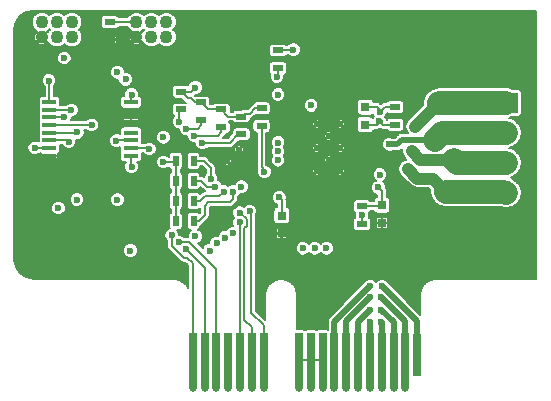
<source format=gbr>
G04 #@! TF.FileFunction,Copper,L1,Top,Plane*
%FSLAX46Y46*%
G04 Gerber Fmt 4.6, Leading zero omitted, Abs format (unit mm)*
G04 Created by KiCad (PCBNEW 4.0.2+e4-6225~38~ubuntu14.04.1-stable) date Sat 23 Jul 2016 00:12:46 PDT*
%MOMM*%
G01*
G04 APERTURE LIST*
%ADD10C,0.100000*%
%ADD11C,0.600000*%
%ADD12R,0.900000X0.500000*%
%ADD13R,0.650240X3.599180*%
%ADD14R,0.650240X4.599940*%
%ADD15O,0.650240X0.650240*%
%ADD16R,0.750000X0.800000*%
%ADD17R,1.200000X0.400000*%
%ADD18R,0.500000X0.900000*%
%ADD19R,2.032000X1.727200*%
%ADD20O,2.032000X1.727200*%
%ADD21C,1.100000*%
%ADD22C,0.200000*%
%ADD23C,0.500000*%
%ADD24C,0.400000*%
%ADD25C,0.150000*%
%ADD26C,1.000000*%
%ADD27C,2.000000*%
G04 APERTURE END LIST*
D10*
D11*
X152000000Y-83000000D03*
X152000000Y-81000000D03*
X153000000Y-84000000D03*
X151000000Y-84000000D03*
X153000000Y-82000000D03*
X151000000Y-82000000D03*
X153000000Y-80000000D03*
X151000000Y-80000000D03*
D12*
X157625000Y-80050000D03*
X157625000Y-78550000D03*
D13*
X159499600Y-99499620D03*
D14*
X158498840Y-100000000D03*
X157500620Y-100000000D03*
X156499860Y-100000000D03*
X155499100Y-100000000D03*
X154500880Y-100000000D03*
X153500120Y-100000000D03*
X152499360Y-100000000D03*
X151501140Y-100000000D03*
X150500380Y-100000000D03*
X149499620Y-100000000D03*
X144500900Y-100000000D03*
X143500140Y-100000000D03*
X142499380Y-100000000D03*
X141501160Y-100000000D03*
X140500400Y-100000000D03*
X146499880Y-100000000D03*
X145499120Y-100000000D03*
D15*
X156499860Y-102301240D03*
X155499100Y-102301240D03*
X154500880Y-102301240D03*
X153500120Y-102301240D03*
X152499360Y-102301240D03*
X151501140Y-102301240D03*
X150500380Y-102301240D03*
X144500900Y-102301240D03*
X143500140Y-102301240D03*
X157500620Y-102301240D03*
X145499120Y-102301240D03*
X142499380Y-102301240D03*
X149499620Y-102301240D03*
X146499880Y-102301240D03*
X141501160Y-102301240D03*
X140500400Y-102301240D03*
X158498840Y-102301240D03*
D16*
X156525000Y-86850000D03*
X156525000Y-88350000D03*
X155125000Y-80050000D03*
X155125000Y-78550000D03*
X148025000Y-87750000D03*
X148025000Y-89250000D03*
D12*
X144625000Y-79350000D03*
X144625000Y-80850000D03*
X154825000Y-86950000D03*
X154825000Y-88450000D03*
X147725000Y-73750000D03*
X147725000Y-75250000D03*
X146325000Y-78650000D03*
X146325000Y-80150000D03*
X133525000Y-71350000D03*
X133525000Y-72850000D03*
D17*
X128375000Y-78125000D03*
X128375000Y-78775000D03*
X128375000Y-79425000D03*
X128375000Y-80075000D03*
X128375000Y-80725000D03*
X128375000Y-81375000D03*
X128375000Y-82025000D03*
X128375000Y-82675000D03*
X135275000Y-82675000D03*
X135275000Y-82025000D03*
X135275000Y-81375000D03*
X135275000Y-80725000D03*
X135275000Y-80075000D03*
X135275000Y-79425000D03*
X135275000Y-78775000D03*
X135275000Y-78125000D03*
D12*
X142925000Y-78750000D03*
X142925000Y-80250000D03*
D18*
X139075000Y-83100000D03*
X140575000Y-83100000D03*
X139075000Y-84800000D03*
X140575000Y-84800000D03*
X139075000Y-86500000D03*
X140575000Y-86500000D03*
X139075000Y-88200000D03*
X140575000Y-88200000D03*
D12*
X141225000Y-78150000D03*
X141225000Y-79650000D03*
X139525000Y-77250000D03*
X139525000Y-78750000D03*
D19*
X167000000Y-78190000D03*
D20*
X167000000Y-80730000D03*
X167000000Y-83270000D03*
X167000000Y-85810000D03*
D11*
X143425000Y-83150000D03*
X144425000Y-82150000D03*
D21*
X138270000Y-72635000D03*
X138270000Y-71365000D03*
X137000000Y-72635000D03*
X137000000Y-71365000D03*
X135730000Y-72635000D03*
X135730000Y-71365000D03*
X130270000Y-72635000D03*
X130270000Y-71365000D03*
X129000000Y-72635000D03*
X129000000Y-71365000D03*
X127730000Y-72635000D03*
X127730000Y-71365000D03*
D11*
X129525000Y-82700000D03*
X135325000Y-77500000D03*
X140725000Y-76900000D03*
X138025000Y-83200000D03*
X149025000Y-73700000D03*
X151825000Y-90500000D03*
X150825000Y-90500000D03*
X149825000Y-90500000D03*
X142525000Y-90100000D03*
X142425000Y-85300000D03*
X141925000Y-90700000D03*
X142025000Y-84600000D03*
X143925000Y-89200000D03*
X143925000Y-85700000D03*
X143225000Y-89600000D03*
X143125000Y-85700000D03*
X156525000Y-93700000D03*
X155525000Y-93700000D03*
X155525000Y-94650000D03*
X155525000Y-95700000D03*
X155525000Y-96750000D03*
X156475000Y-96750000D03*
X156475000Y-94650000D03*
X156475000Y-95700000D03*
X135225000Y-90700000D03*
X156350000Y-84275000D03*
X156300000Y-79725000D03*
X139325000Y-90000000D03*
X139325000Y-79800000D03*
X139925000Y-90600000D03*
X139925000Y-80400000D03*
X138725000Y-89400000D03*
X141325000Y-81600000D03*
X156225000Y-85350000D03*
X156325000Y-78950000D03*
X147825000Y-86200000D03*
X159325000Y-80200000D03*
X157125000Y-81700000D03*
X159025000Y-82300000D03*
X158725000Y-83800000D03*
X144625000Y-85300000D03*
X154825000Y-87700000D03*
X150525000Y-78400000D03*
X147625000Y-76000000D03*
X146575000Y-84025000D03*
X129625000Y-74400000D03*
X129625000Y-79400000D03*
X138025000Y-81100000D03*
X130025000Y-81500000D03*
X136825000Y-82100000D03*
X134825000Y-76200000D03*
X128325000Y-76300000D03*
X147725000Y-83050000D03*
X135325000Y-83600000D03*
X147725000Y-82300000D03*
X127125000Y-82000000D03*
X147725000Y-77500000D03*
X147725000Y-81550000D03*
X131950000Y-80075000D03*
X140725000Y-89500000D03*
X140625000Y-81000000D03*
X144475000Y-88300000D03*
X129125000Y-87100000D03*
X130225000Y-78800000D03*
X134125000Y-86400000D03*
X145325000Y-87350000D03*
X134125000Y-75600000D03*
X134025000Y-81400000D03*
X144475000Y-87500000D03*
X130700000Y-86375000D03*
X130725000Y-80700000D03*
D22*
X128375000Y-82675000D02*
X129500000Y-82675000D01*
X129500000Y-82675000D02*
X129525000Y-82700000D01*
X135275000Y-77550000D02*
X135325000Y-77500000D01*
X135275000Y-78125000D02*
X135275000Y-77550000D01*
X140375000Y-77250000D02*
X140725000Y-76900000D01*
X140375000Y-77250000D02*
X139525000Y-77250000D01*
X138025000Y-83200000D02*
X138975000Y-83200000D01*
X139075000Y-88200000D02*
X139075000Y-86500000D01*
X139075000Y-86500000D02*
X139075000Y-84800000D01*
X139075000Y-84800000D02*
X139075000Y-83100000D01*
X139075000Y-83100000D02*
X138975000Y-83200000D01*
X147725000Y-73750000D02*
X148975000Y-73750000D01*
X148975000Y-73750000D02*
X149025000Y-73700000D01*
X141225000Y-78150000D02*
X140675000Y-78150000D01*
X140075000Y-77800000D02*
X139525000Y-77250000D01*
X140325000Y-77800000D02*
X140075000Y-77800000D01*
X140675000Y-78150000D02*
X140325000Y-77800000D01*
X142925000Y-78750000D02*
X141825000Y-78750000D01*
X141825000Y-78750000D02*
X141225000Y-78150000D01*
X144625000Y-79350000D02*
X143525000Y-79350000D01*
X143525000Y-79350000D02*
X142925000Y-78750000D01*
X146325000Y-78650000D02*
X145775000Y-78650000D01*
X145325000Y-79100000D02*
X144875000Y-79100000D01*
X145775000Y-78650000D02*
X145325000Y-79100000D01*
X144875000Y-79100000D02*
X144625000Y-79350000D01*
X142425000Y-85300000D02*
X141725000Y-85300000D01*
X141725000Y-85300000D02*
X141225000Y-84800000D01*
X141225000Y-84800000D02*
X140575000Y-84800000D01*
X142025000Y-84600000D02*
X142025000Y-83700000D01*
X142025000Y-83700000D02*
X141425000Y-83100000D01*
X141425000Y-83100000D02*
X140575000Y-83100000D01*
X140575000Y-88200000D02*
X141025000Y-88200000D01*
X143925000Y-86300000D02*
X143925000Y-85700000D01*
X143625000Y-86600000D02*
X143925000Y-86300000D01*
X141825000Y-86600000D02*
X143625000Y-86600000D01*
X141525000Y-86900000D02*
X141825000Y-86600000D01*
X141525000Y-87700000D02*
X141525000Y-86900000D01*
X141025000Y-88200000D02*
X141525000Y-87700000D01*
X140575000Y-86500000D02*
X141125000Y-86500000D01*
X141125000Y-86500000D02*
X141525000Y-86100000D01*
X141525000Y-86100000D02*
X142725000Y-86100000D01*
X142725000Y-86100000D02*
X143125000Y-85700000D01*
D23*
X152499360Y-100000000D02*
X152499360Y-96725640D01*
X152499360Y-96725640D02*
X155525000Y-93700000D01*
X153500120Y-100000000D02*
X153500120Y-96674880D01*
X153500120Y-96674880D02*
X155525000Y-94650000D01*
X154500880Y-100000000D02*
X154500880Y-96724120D01*
X154500880Y-96724120D02*
X155525000Y-95700000D01*
X155499100Y-100000000D02*
X155499100Y-96775900D01*
X155499100Y-96775900D02*
X155525000Y-96750000D01*
X159499600Y-96674600D02*
X159499600Y-99499620D01*
X159499600Y-96674600D02*
X156525000Y-93700000D01*
X156499860Y-96774860D02*
X156475000Y-96750000D01*
X156499860Y-96774860D02*
X156499860Y-100000000D01*
X158498840Y-100000000D02*
X158498840Y-96673840D01*
X158498840Y-96673840D02*
X156475000Y-94650000D01*
X157500620Y-100000000D02*
X157500620Y-96725620D01*
X157500620Y-96725620D02*
X156475000Y-95700000D01*
D22*
X156300000Y-79725000D02*
X156300000Y-79825000D01*
X156300000Y-79825000D02*
X156075000Y-80050000D01*
X156075000Y-80050000D02*
X155125000Y-80050000D01*
X156325000Y-79725000D02*
X156325000Y-79800000D01*
X156575000Y-80050000D02*
X157625000Y-80050000D01*
X156325000Y-79800000D02*
X156575000Y-80050000D01*
D24*
X156300000Y-79725000D02*
X156325000Y-79725000D01*
X156325000Y-79725000D02*
X156225000Y-79725000D01*
X157700000Y-80075000D02*
X157725000Y-80050000D01*
D25*
X158498840Y-100000000D02*
X158498840Y-102301240D01*
X157500620Y-100000000D02*
X157500620Y-102301240D01*
X156499860Y-100000000D02*
X156499860Y-102301240D01*
X155499100Y-100000000D02*
X155499100Y-102301240D01*
X154500880Y-100000000D02*
X154500880Y-102301240D01*
X153500120Y-100000000D02*
X153500120Y-102301240D01*
X152499360Y-100000000D02*
X152499360Y-102301240D01*
D22*
X151501140Y-100000000D02*
X150500380Y-100000000D01*
X150500380Y-100000000D02*
X149499620Y-100000000D01*
D25*
X151501140Y-100000000D02*
X151501140Y-102301240D01*
X150500380Y-100000000D02*
X150500380Y-102301240D01*
X149499620Y-100000000D02*
X149499620Y-102301240D01*
D22*
X142499380Y-92274380D02*
X140225000Y-90000000D01*
X140225000Y-90000000D02*
X139325000Y-90000000D01*
X142499380Y-92274380D02*
X142499380Y-100000000D01*
X139325000Y-78950000D02*
X139325000Y-79800000D01*
X139325000Y-78950000D02*
X139525000Y-78750000D01*
D25*
X142499380Y-102301240D02*
X142499380Y-100000000D01*
D22*
X141501160Y-92176160D02*
X139925000Y-90600000D01*
X141501160Y-92176160D02*
X141501160Y-100000000D01*
X139925000Y-80400000D02*
X140925000Y-80400000D01*
X140925000Y-80400000D02*
X141225000Y-80100000D01*
X141225000Y-80100000D02*
X141225000Y-79650000D01*
D25*
X141501160Y-102301240D02*
X141501160Y-100000000D01*
D22*
X140500400Y-91775400D02*
X140025000Y-91300000D01*
X140025000Y-91300000D02*
X139725000Y-91300000D01*
X139725000Y-91300000D02*
X138725000Y-90300000D01*
X138725000Y-90300000D02*
X138725000Y-89400000D01*
X140500400Y-100000000D02*
X140500400Y-91775400D01*
X141325000Y-81600000D02*
X143625000Y-81600000D01*
X143625000Y-81600000D02*
X144375000Y-80850000D01*
X144375000Y-80850000D02*
X144625000Y-80850000D01*
D25*
X140500400Y-100000000D02*
X140500400Y-102301240D01*
D22*
X156525000Y-86850000D02*
X156525000Y-85650000D01*
X156525000Y-85650000D02*
X156225000Y-85350000D01*
X154825000Y-86950000D02*
X156425000Y-86950000D01*
X156425000Y-86950000D02*
X156525000Y-86850000D01*
X156325000Y-78950000D02*
X156375000Y-78950000D01*
X156775000Y-78550000D02*
X157625000Y-78550000D01*
X156375000Y-78950000D02*
X156775000Y-78550000D01*
X156325000Y-78950000D02*
X156325000Y-78800000D01*
X156075000Y-78550000D02*
X155125000Y-78550000D01*
X156325000Y-78800000D02*
X156075000Y-78550000D01*
D24*
X156325000Y-78950000D02*
X156300000Y-78950000D01*
D22*
X148025000Y-86400000D02*
X148025000Y-87750000D01*
X147825000Y-86200000D02*
X148025000Y-86400000D01*
D26*
X159325000Y-80200000D02*
X161325000Y-78200000D01*
D27*
X161325000Y-78200000D02*
X166990000Y-78200000D01*
X166990000Y-78200000D02*
X167000000Y-78190000D01*
D23*
X157125000Y-81700000D02*
X157825000Y-81700000D01*
D27*
X161595000Y-80730000D02*
X167000000Y-80730000D01*
X161025000Y-81300000D02*
X161595000Y-80730000D01*
D23*
X158225000Y-81300000D02*
X161025000Y-81300000D01*
X157825000Y-81700000D02*
X158225000Y-81300000D01*
D26*
X159025000Y-82300000D02*
X159725000Y-83000000D01*
D27*
X162895000Y-83270000D02*
X167000000Y-83270000D01*
X162625000Y-83000000D02*
X162895000Y-83270000D01*
D26*
X159725000Y-83000000D02*
X162625000Y-83000000D01*
X158725000Y-83800000D02*
X159525000Y-84600000D01*
D27*
X161925000Y-85700000D02*
X166890000Y-85700000D01*
D26*
X160825000Y-84600000D02*
X161925000Y-85700000D01*
X159525000Y-84600000D02*
X160825000Y-84600000D01*
D27*
X166890000Y-85700000D02*
X167000000Y-85810000D01*
D22*
X154825000Y-87700000D02*
X154825000Y-88450000D01*
X147725000Y-75900000D02*
X147625000Y-76000000D01*
X147725000Y-75900000D02*
X147725000Y-75250000D01*
X146575000Y-84025000D02*
X146575000Y-83850000D01*
X146325000Y-83600000D02*
X146325000Y-80150000D01*
X146575000Y-83850000D02*
X146325000Y-83600000D01*
X128375000Y-79425000D02*
X129600000Y-79425000D01*
X129600000Y-79425000D02*
X129625000Y-79400000D01*
D25*
X128375000Y-81375000D02*
X129900000Y-81375000D01*
X129900000Y-81375000D02*
X130025000Y-81500000D01*
D22*
X136750000Y-82025000D02*
X136825000Y-82100000D01*
X136750000Y-82025000D02*
X135275000Y-82025000D01*
X135730000Y-71365000D02*
X133540000Y-71365000D01*
X133540000Y-71365000D02*
X133525000Y-71350000D01*
X128375000Y-78125000D02*
X128375000Y-76350000D01*
X128375000Y-76350000D02*
X128325000Y-76300000D01*
X135275000Y-83550000D02*
X135325000Y-83600000D01*
X135275000Y-83550000D02*
X135275000Y-82675000D01*
X127150000Y-82025000D02*
X127125000Y-82000000D01*
X127150000Y-82025000D02*
X128375000Y-82025000D01*
X131950000Y-80075000D02*
X128375000Y-80075000D01*
X140625000Y-81000000D02*
X142625000Y-81000000D01*
X142625000Y-81000000D02*
X142925000Y-80700000D01*
X142925000Y-80700000D02*
X142925000Y-80250000D01*
X144500900Y-88550000D02*
X144500900Y-88325900D01*
X144500900Y-88325900D02*
X144475000Y-88300000D01*
X144500900Y-100000000D02*
X144500900Y-88550000D01*
X144500900Y-88550000D02*
X144500900Y-88524100D01*
X130200000Y-78775000D02*
X130225000Y-78800000D01*
X130200000Y-78775000D02*
X128375000Y-78775000D01*
D25*
X144500900Y-100000000D02*
X144500900Y-102301240D01*
X143500140Y-102301240D02*
X143500140Y-100000000D01*
D22*
X146499880Y-96974880D02*
X145475000Y-95950000D01*
X145475000Y-95950000D02*
X145475000Y-87500000D01*
X145475000Y-87500000D02*
X145325000Y-87350000D01*
X146499880Y-96974880D02*
X146499880Y-100000000D01*
X134050000Y-81375000D02*
X134025000Y-81400000D01*
X135275000Y-81375000D02*
X134050000Y-81375000D01*
D25*
X146499880Y-100000000D02*
X146499880Y-102301240D01*
D22*
X145499120Y-97174120D02*
X144875000Y-96550000D01*
X144875000Y-96550000D02*
X144875000Y-88800000D01*
X144875000Y-88800000D02*
X145075000Y-88600000D01*
X145075000Y-88600000D02*
X145075000Y-88050000D01*
X145075000Y-88050000D02*
X144525000Y-87500000D01*
X144525000Y-87500000D02*
X144475000Y-87500000D01*
X145499120Y-100000000D02*
X145499120Y-97174120D01*
X130700000Y-80725000D02*
X130725000Y-80700000D01*
X128375000Y-80725000D02*
X130700000Y-80725000D01*
D25*
X145499120Y-100000000D02*
X145499120Y-102301240D01*
D22*
G36*
X169597716Y-70402284D02*
X169605000Y-70438903D01*
X169605000Y-93061097D01*
X169597716Y-93097716D01*
X169561098Y-93105000D01*
X161100000Y-93105000D01*
X161061843Y-93112590D01*
X161022939Y-93112590D01*
X160659391Y-93184904D01*
X160659390Y-93184904D01*
X160517000Y-93243884D01*
X160208798Y-93449819D01*
X160154309Y-93504309D01*
X160099819Y-93558798D01*
X159893884Y-93867000D01*
X159834904Y-94009390D01*
X159834904Y-94009391D01*
X159762590Y-94372940D01*
X159762590Y-94411843D01*
X159755000Y-94450000D01*
X159755000Y-96123898D01*
X157100600Y-93469498D01*
X157050917Y-93349257D01*
X156876661Y-93174696D01*
X156648867Y-93080107D01*
X156402215Y-93079892D01*
X156174257Y-93174083D01*
X156024892Y-93323187D01*
X155876661Y-93174696D01*
X155648867Y-93080107D01*
X155402215Y-93079892D01*
X155174257Y-93174083D01*
X154999696Y-93348339D01*
X154949376Y-93469522D01*
X152096309Y-96322589D01*
X151972749Y-96507510D01*
X151929360Y-96725640D01*
X151929360Y-97394639D01*
X151826260Y-97373761D01*
X151176020Y-97373761D01*
X151057435Y-97396074D01*
X151000805Y-97432515D01*
X150952437Y-97399466D01*
X150825500Y-97373761D01*
X150175260Y-97373761D01*
X150056675Y-97396074D01*
X150000045Y-97432515D01*
X149951677Y-97399466D01*
X149824740Y-97373761D01*
X149345000Y-97373761D01*
X149345000Y-94450000D01*
X149337410Y-94411843D01*
X149337410Y-94372939D01*
X149265096Y-94009391D01*
X149265096Y-94009390D01*
X149206116Y-93867000D01*
X149000181Y-93558798D01*
X148945691Y-93504309D01*
X148891202Y-93449819D01*
X148583000Y-93243884D01*
X148440610Y-93184904D01*
X148440609Y-93184904D01*
X148077062Y-93112590D01*
X147922939Y-93112590D01*
X147559391Y-93184904D01*
X147559390Y-93184904D01*
X147417000Y-93243884D01*
X147108798Y-93449819D01*
X147054309Y-93504309D01*
X146999819Y-93558798D01*
X146793884Y-93867000D01*
X146734904Y-94009390D01*
X146734904Y-94009391D01*
X146662590Y-94372940D01*
X146662590Y-94411843D01*
X146655000Y-94450000D01*
X146655000Y-96536030D01*
X145895000Y-95776030D01*
X145895000Y-90622785D01*
X149204892Y-90622785D01*
X149299083Y-90850743D01*
X149473339Y-91025304D01*
X149701133Y-91119893D01*
X149947785Y-91120108D01*
X150175743Y-91025917D01*
X150325108Y-90876813D01*
X150473339Y-91025304D01*
X150701133Y-91119893D01*
X150947785Y-91120108D01*
X151175743Y-91025917D01*
X151325108Y-90876813D01*
X151473339Y-91025304D01*
X151701133Y-91119893D01*
X151947785Y-91120108D01*
X152175743Y-91025917D01*
X152350304Y-90851661D01*
X152444893Y-90623867D01*
X152445108Y-90377215D01*
X152350917Y-90149257D01*
X152176661Y-89974696D01*
X151948867Y-89880107D01*
X151702215Y-89879892D01*
X151474257Y-89974083D01*
X151324892Y-90123187D01*
X151176661Y-89974696D01*
X150948867Y-89880107D01*
X150702215Y-89879892D01*
X150474257Y-89974083D01*
X150324892Y-90123187D01*
X150176661Y-89974696D01*
X149948867Y-89880107D01*
X149702215Y-89879892D01*
X149474257Y-89974083D01*
X149299696Y-90148339D01*
X149205107Y-90376133D01*
X149204892Y-90622785D01*
X145895000Y-90622785D01*
X145895000Y-89300000D01*
X147550000Y-89300000D01*
X147550000Y-89669891D01*
X147565224Y-89706645D01*
X147593354Y-89734776D01*
X147630109Y-89750000D01*
X147975000Y-89750000D01*
X148000000Y-89725000D01*
X148000000Y-89275000D01*
X148050000Y-89275000D01*
X148050000Y-89725000D01*
X148075000Y-89750000D01*
X148419891Y-89750000D01*
X148456646Y-89734776D01*
X148484776Y-89706645D01*
X148500000Y-89669891D01*
X148500000Y-89300000D01*
X148475000Y-89275000D01*
X148050000Y-89275000D01*
X148000000Y-89275000D01*
X147575000Y-89275000D01*
X147550000Y-89300000D01*
X145895000Y-89300000D01*
X145895000Y-88830109D01*
X147550000Y-88830109D01*
X147550000Y-89200000D01*
X147575000Y-89225000D01*
X148000000Y-89225000D01*
X148000000Y-88775000D01*
X148050000Y-88775000D01*
X148050000Y-89225000D01*
X148475000Y-89225000D01*
X148500000Y-89200000D01*
X148500000Y-88830109D01*
X148484776Y-88793355D01*
X148456646Y-88765224D01*
X148419891Y-88750000D01*
X148075000Y-88750000D01*
X148050000Y-88775000D01*
X148000000Y-88775000D01*
X147975000Y-88750000D01*
X147630109Y-88750000D01*
X147593354Y-88765224D01*
X147565224Y-88793355D01*
X147550000Y-88830109D01*
X145895000Y-88830109D01*
X145895000Y-87594022D01*
X145944893Y-87473867D01*
X145945108Y-87227215D01*
X145850917Y-86999257D01*
X145676661Y-86824696D01*
X145448867Y-86730107D01*
X145202215Y-86729892D01*
X144974257Y-86824083D01*
X144824344Y-86973734D01*
X144598867Y-86880107D01*
X144352215Y-86879892D01*
X144124257Y-86974083D01*
X143949696Y-87148339D01*
X143855107Y-87376133D01*
X143854892Y-87622785D01*
X143949083Y-87850743D01*
X143998187Y-87899933D01*
X143949696Y-87948339D01*
X143855107Y-88176133D01*
X143854892Y-88422785D01*
X143919850Y-88579995D01*
X143802215Y-88579892D01*
X143574257Y-88674083D01*
X143399696Y-88848339D01*
X143344982Y-88980104D01*
X143102215Y-88979892D01*
X142874257Y-89074083D01*
X142699696Y-89248339D01*
X142605107Y-89476133D01*
X142605104Y-89480069D01*
X142402215Y-89479892D01*
X142174257Y-89574083D01*
X141999696Y-89748339D01*
X141905107Y-89976133D01*
X141905016Y-90079982D01*
X141802215Y-90079892D01*
X141574257Y-90174083D01*
X141399696Y-90348339D01*
X141331512Y-90512542D01*
X140912385Y-90093415D01*
X141075743Y-90025917D01*
X141250304Y-89851661D01*
X141344893Y-89623867D01*
X141345108Y-89377215D01*
X141250917Y-89149257D01*
X141076661Y-88974696D01*
X140976189Y-88932976D01*
X141052498Y-88883872D01*
X141125564Y-88776937D01*
X141151269Y-88650000D01*
X141151269Y-88594883D01*
X141185727Y-88588029D01*
X141321985Y-88496985D01*
X141821985Y-87996985D01*
X141913029Y-87860727D01*
X141945000Y-87700000D01*
X141945000Y-87073970D01*
X141998970Y-87020000D01*
X143625000Y-87020000D01*
X143785727Y-86988029D01*
X143921985Y-86896985D01*
X144221985Y-86596985D01*
X144313029Y-86460727D01*
X144340467Y-86322785D01*
X147204892Y-86322785D01*
X147299083Y-86550743D01*
X147473339Y-86725304D01*
X147605000Y-86779975D01*
X147605000Y-87032198D01*
X147531415Y-87046044D01*
X147422502Y-87116128D01*
X147349436Y-87223063D01*
X147323731Y-87350000D01*
X147323731Y-88150000D01*
X147346044Y-88268585D01*
X147416128Y-88377498D01*
X147523063Y-88450564D01*
X147650000Y-88476269D01*
X148400000Y-88476269D01*
X148518585Y-88453956D01*
X148627498Y-88383872D01*
X148700564Y-88276937D01*
X148726269Y-88150000D01*
X148726269Y-87350000D01*
X148703956Y-87231415D01*
X148633872Y-87122502D01*
X148526937Y-87049436D01*
X148445000Y-87032844D01*
X148445000Y-86700000D01*
X154048731Y-86700000D01*
X154048731Y-87200000D01*
X154071044Y-87318585D01*
X154141128Y-87427498D01*
X154239045Y-87494402D01*
X154205107Y-87576133D01*
X154204892Y-87822785D01*
X154239626Y-87906847D01*
X154147502Y-87966128D01*
X154074436Y-88073063D01*
X154048731Y-88200000D01*
X154048731Y-88700000D01*
X154071044Y-88818585D01*
X154141128Y-88927498D01*
X154248063Y-89000564D01*
X154375000Y-89026269D01*
X155275000Y-89026269D01*
X155393585Y-89003956D01*
X155502498Y-88933872D01*
X155575564Y-88826937D01*
X155601269Y-88700000D01*
X155601269Y-88400000D01*
X156050000Y-88400000D01*
X156050000Y-88769891D01*
X156065224Y-88806645D01*
X156093354Y-88834776D01*
X156130109Y-88850000D01*
X156475000Y-88850000D01*
X156500000Y-88825000D01*
X156500000Y-88375000D01*
X156550000Y-88375000D01*
X156550000Y-88825000D01*
X156575000Y-88850000D01*
X156919891Y-88850000D01*
X156956646Y-88834776D01*
X156984776Y-88806645D01*
X157000000Y-88769891D01*
X157000000Y-88400000D01*
X156975000Y-88375000D01*
X156550000Y-88375000D01*
X156500000Y-88375000D01*
X156075000Y-88375000D01*
X156050000Y-88400000D01*
X155601269Y-88400000D01*
X155601269Y-88200000D01*
X155578956Y-88081415D01*
X155508872Y-87972502D01*
X155446828Y-87930109D01*
X156050000Y-87930109D01*
X156050000Y-88300000D01*
X156075000Y-88325000D01*
X156500000Y-88325000D01*
X156500000Y-87875000D01*
X156550000Y-87875000D01*
X156550000Y-88325000D01*
X156975000Y-88325000D01*
X157000000Y-88300000D01*
X157000000Y-87930109D01*
X156984776Y-87893355D01*
X156956646Y-87865224D01*
X156919891Y-87850000D01*
X156575000Y-87850000D01*
X156550000Y-87875000D01*
X156500000Y-87875000D01*
X156475000Y-87850000D01*
X156130109Y-87850000D01*
X156093354Y-87865224D01*
X156065224Y-87893355D01*
X156050000Y-87930109D01*
X155446828Y-87930109D01*
X155410955Y-87905598D01*
X155444893Y-87823867D01*
X155445108Y-87577215D01*
X155410374Y-87493153D01*
X155502498Y-87433872D01*
X155546140Y-87370000D01*
X155846955Y-87370000D01*
X155916128Y-87477498D01*
X156023063Y-87550564D01*
X156150000Y-87576269D01*
X156900000Y-87576269D01*
X157018585Y-87553956D01*
X157127498Y-87483872D01*
X157200564Y-87376937D01*
X157226269Y-87250000D01*
X157226269Y-86450000D01*
X157203956Y-86331415D01*
X157133872Y-86222502D01*
X157026937Y-86149436D01*
X156945000Y-86132844D01*
X156945000Y-85650000D01*
X156913029Y-85489273D01*
X156844968Y-85387412D01*
X156845108Y-85227215D01*
X156750917Y-84999257D01*
X156596090Y-84844159D01*
X156700743Y-84800917D01*
X156875304Y-84626661D01*
X156969893Y-84398867D01*
X156970108Y-84152215D01*
X156875917Y-83924257D01*
X156701661Y-83749696D01*
X156473867Y-83655107D01*
X156227215Y-83654892D01*
X155999257Y-83749083D01*
X155824696Y-83923339D01*
X155730107Y-84151133D01*
X155729892Y-84397785D01*
X155824083Y-84625743D01*
X155978910Y-84780841D01*
X155874257Y-84824083D01*
X155699696Y-84998339D01*
X155605107Y-85226133D01*
X155604892Y-85472785D01*
X155699083Y-85700743D01*
X155873339Y-85875304D01*
X156101133Y-85969893D01*
X156105000Y-85969896D01*
X156105000Y-86132198D01*
X156031415Y-86146044D01*
X155922502Y-86216128D01*
X155849436Y-86323063D01*
X155823731Y-86450000D01*
X155823731Y-86530000D01*
X155545871Y-86530000D01*
X155508872Y-86472502D01*
X155401937Y-86399436D01*
X155275000Y-86373731D01*
X154375000Y-86373731D01*
X154256415Y-86396044D01*
X154147502Y-86466128D01*
X154074436Y-86573063D01*
X154048731Y-86700000D01*
X148445000Y-86700000D01*
X148445000Y-86400000D01*
X148434726Y-86348351D01*
X148444893Y-86323867D01*
X148445108Y-86077215D01*
X148350917Y-85849257D01*
X148176661Y-85674696D01*
X147948867Y-85580107D01*
X147702215Y-85579892D01*
X147474257Y-85674083D01*
X147299696Y-85848339D01*
X147205107Y-86076133D01*
X147204892Y-86322785D01*
X144340467Y-86322785D01*
X144345000Y-86300000D01*
X144345000Y-86156781D01*
X144450304Y-86051661D01*
X144505018Y-85919896D01*
X144747785Y-85920108D01*
X144975743Y-85825917D01*
X145150304Y-85651661D01*
X145244893Y-85423867D01*
X145245108Y-85177215D01*
X145150917Y-84949257D01*
X144976661Y-84774696D01*
X144748867Y-84680107D01*
X144502215Y-84679892D01*
X144274257Y-84774083D01*
X144099696Y-84948339D01*
X144044982Y-85080104D01*
X143802215Y-85079892D01*
X143574257Y-85174083D01*
X143525067Y-85223187D01*
X143476661Y-85174696D01*
X143248867Y-85080107D01*
X143004896Y-85079894D01*
X142950917Y-84949257D01*
X142776661Y-84774696D01*
X142644896Y-84719982D01*
X142645108Y-84477215D01*
X142550917Y-84249257D01*
X142445000Y-84143155D01*
X142445000Y-83700000D01*
X142413029Y-83539273D01*
X142345232Y-83437806D01*
X143172549Y-83437806D01*
X143205957Y-83494020D01*
X143354282Y-83551657D01*
X143513372Y-83548146D01*
X143644043Y-83494020D01*
X143677451Y-83437806D01*
X143425000Y-83185355D01*
X143172549Y-83437806D01*
X142345232Y-83437806D01*
X142321985Y-83403015D01*
X141998252Y-83079282D01*
X143023343Y-83079282D01*
X143026854Y-83238372D01*
X143080980Y-83369043D01*
X143137194Y-83402451D01*
X143389645Y-83150000D01*
X143460355Y-83150000D01*
X143712806Y-83402451D01*
X143769020Y-83369043D01*
X143826657Y-83220718D01*
X143823146Y-83061628D01*
X143769020Y-82930957D01*
X143712806Y-82897549D01*
X143460355Y-83150000D01*
X143389645Y-83150000D01*
X143137194Y-82897549D01*
X143080980Y-82930957D01*
X143023343Y-83079282D01*
X141998252Y-83079282D01*
X141781164Y-82862194D01*
X143172549Y-82862194D01*
X143425000Y-83114645D01*
X143677451Y-82862194D01*
X143644043Y-82805980D01*
X143495718Y-82748343D01*
X143336628Y-82751854D01*
X143205957Y-82805980D01*
X143172549Y-82862194D01*
X141781164Y-82862194D01*
X141721985Y-82803015D01*
X141585727Y-82711971D01*
X141425000Y-82680000D01*
X141151269Y-82680000D01*
X141151269Y-82650000D01*
X141128956Y-82531415D01*
X141068720Y-82437806D01*
X144172549Y-82437806D01*
X144205957Y-82494020D01*
X144354282Y-82551657D01*
X144513372Y-82548146D01*
X144644043Y-82494020D01*
X144677451Y-82437806D01*
X144425000Y-82185355D01*
X144172549Y-82437806D01*
X141068720Y-82437806D01*
X141058872Y-82422502D01*
X140951937Y-82349436D01*
X140825000Y-82323731D01*
X140325000Y-82323731D01*
X140206415Y-82346044D01*
X140097502Y-82416128D01*
X140024436Y-82523063D01*
X139998731Y-82650000D01*
X139998731Y-83550000D01*
X140021044Y-83668585D01*
X140091128Y-83777498D01*
X140198063Y-83850564D01*
X140325000Y-83876269D01*
X140825000Y-83876269D01*
X140943585Y-83853956D01*
X141052498Y-83783872D01*
X141125564Y-83676937D01*
X141151269Y-83550000D01*
X141151269Y-83520000D01*
X141251030Y-83520000D01*
X141605000Y-83873970D01*
X141605000Y-84143219D01*
X141499696Y-84248339D01*
X141421754Y-84436043D01*
X141385727Y-84411971D01*
X141225000Y-84380000D01*
X141151269Y-84380000D01*
X141151269Y-84350000D01*
X141128956Y-84231415D01*
X141058872Y-84122502D01*
X140951937Y-84049436D01*
X140825000Y-84023731D01*
X140325000Y-84023731D01*
X140206415Y-84046044D01*
X140097502Y-84116128D01*
X140024436Y-84223063D01*
X139998731Y-84350000D01*
X139998731Y-85250000D01*
X140021044Y-85368585D01*
X140091128Y-85477498D01*
X140198063Y-85550564D01*
X140325000Y-85576269D01*
X140825000Y-85576269D01*
X140943585Y-85553956D01*
X141052498Y-85483872D01*
X141125564Y-85376937D01*
X141139441Y-85308411D01*
X141428015Y-85596985D01*
X141552257Y-85680000D01*
X141525000Y-85680000D01*
X141364273Y-85711971D01*
X141228015Y-85803015D01*
X141117468Y-85913562D01*
X141058872Y-85822502D01*
X140951937Y-85749436D01*
X140825000Y-85723731D01*
X140325000Y-85723731D01*
X140206415Y-85746044D01*
X140097502Y-85816128D01*
X140024436Y-85923063D01*
X139998731Y-86050000D01*
X139998731Y-86950000D01*
X140021044Y-87068585D01*
X140091128Y-87177498D01*
X140198063Y-87250564D01*
X140325000Y-87276269D01*
X140825000Y-87276269D01*
X140943585Y-87253956D01*
X141052498Y-87183872D01*
X141105000Y-87107033D01*
X141105000Y-87526030D01*
X141078314Y-87552716D01*
X141058872Y-87522502D01*
X140951937Y-87449436D01*
X140825000Y-87423731D01*
X140325000Y-87423731D01*
X140206415Y-87446044D01*
X140097502Y-87516128D01*
X140024436Y-87623063D01*
X139998731Y-87750000D01*
X139998731Y-88650000D01*
X140021044Y-88768585D01*
X140091128Y-88877498D01*
X140198063Y-88950564D01*
X140325000Y-88976269D01*
X140372067Y-88976269D01*
X140199696Y-89148339D01*
X140105107Y-89376133D01*
X140104929Y-89580000D01*
X139781781Y-89580000D01*
X139676661Y-89474696D01*
X139448867Y-89380107D01*
X139345018Y-89380016D01*
X139345108Y-89277215D01*
X139250917Y-89049257D01*
X139178057Y-88976269D01*
X139325000Y-88976269D01*
X139443585Y-88953956D01*
X139552498Y-88883872D01*
X139625564Y-88776937D01*
X139651269Y-88650000D01*
X139651269Y-87750000D01*
X139628956Y-87631415D01*
X139558872Y-87522502D01*
X139495000Y-87478860D01*
X139495000Y-87220871D01*
X139552498Y-87183872D01*
X139625564Y-87076937D01*
X139651269Y-86950000D01*
X139651269Y-86050000D01*
X139628956Y-85931415D01*
X139558872Y-85822502D01*
X139495000Y-85778860D01*
X139495000Y-85520871D01*
X139552498Y-85483872D01*
X139625564Y-85376937D01*
X139651269Y-85250000D01*
X139651269Y-84350000D01*
X139628956Y-84231415D01*
X139558872Y-84122502D01*
X139495000Y-84078860D01*
X139495000Y-83820871D01*
X139552498Y-83783872D01*
X139625564Y-83676937D01*
X139651269Y-83550000D01*
X139651269Y-82650000D01*
X139628956Y-82531415D01*
X139558872Y-82422502D01*
X139451937Y-82349436D01*
X139325000Y-82323731D01*
X138825000Y-82323731D01*
X138706415Y-82346044D01*
X138597502Y-82416128D01*
X138524436Y-82523063D01*
X138498731Y-82650000D01*
X138498731Y-82780000D01*
X138481781Y-82780000D01*
X138376661Y-82674696D01*
X138148867Y-82580107D01*
X137902215Y-82579892D01*
X137674257Y-82674083D01*
X137499696Y-82848339D01*
X137405107Y-83076133D01*
X137404892Y-83322785D01*
X137499083Y-83550743D01*
X137673339Y-83725304D01*
X137901133Y-83819893D01*
X138147785Y-83820108D01*
X138375743Y-83725917D01*
X138481845Y-83620000D01*
X138511902Y-83620000D01*
X138521044Y-83668585D01*
X138591128Y-83777498D01*
X138655000Y-83821140D01*
X138655000Y-84079129D01*
X138597502Y-84116128D01*
X138524436Y-84223063D01*
X138498731Y-84350000D01*
X138498731Y-85250000D01*
X138521044Y-85368585D01*
X138591128Y-85477498D01*
X138655000Y-85521140D01*
X138655000Y-85779129D01*
X138597502Y-85816128D01*
X138524436Y-85923063D01*
X138498731Y-86050000D01*
X138498731Y-86950000D01*
X138521044Y-87068585D01*
X138591128Y-87177498D01*
X138655000Y-87221140D01*
X138655000Y-87479129D01*
X138597502Y-87516128D01*
X138524436Y-87623063D01*
X138498731Y-87750000D01*
X138498731Y-88650000D01*
X138521044Y-88768585D01*
X138543841Y-88804012D01*
X138374257Y-88874083D01*
X138199696Y-89048339D01*
X138105107Y-89276133D01*
X138104892Y-89522785D01*
X138199083Y-89750743D01*
X138305000Y-89856845D01*
X138305000Y-90300000D01*
X138336971Y-90460727D01*
X138428015Y-90596985D01*
X139428015Y-91596985D01*
X139564273Y-91688029D01*
X139590940Y-91693334D01*
X139725000Y-91720001D01*
X139725005Y-91720000D01*
X139851030Y-91720000D01*
X140080400Y-91949370D01*
X140080400Y-93828513D01*
X139900181Y-93558798D01*
X139845691Y-93504309D01*
X139791202Y-93449819D01*
X139483000Y-93243884D01*
X139340610Y-93184904D01*
X139340609Y-93184904D01*
X138977060Y-93112590D01*
X138938157Y-93112590D01*
X138900000Y-93105000D01*
X127038903Y-93105000D01*
X126388755Y-92975677D01*
X125870565Y-92629435D01*
X125524323Y-92111245D01*
X125395000Y-91461096D01*
X125395000Y-90822785D01*
X134604892Y-90822785D01*
X134699083Y-91050743D01*
X134873339Y-91225304D01*
X135101133Y-91319893D01*
X135347785Y-91320108D01*
X135575743Y-91225917D01*
X135750304Y-91051661D01*
X135844893Y-90823867D01*
X135845108Y-90577215D01*
X135750917Y-90349257D01*
X135576661Y-90174696D01*
X135348867Y-90080107D01*
X135102215Y-90079892D01*
X134874257Y-90174083D01*
X134699696Y-90348339D01*
X134605107Y-90576133D01*
X134604892Y-90822785D01*
X125395000Y-90822785D01*
X125395000Y-87222785D01*
X128504892Y-87222785D01*
X128599083Y-87450743D01*
X128773339Y-87625304D01*
X129001133Y-87719893D01*
X129247785Y-87720108D01*
X129475743Y-87625917D01*
X129650304Y-87451661D01*
X129744893Y-87223867D01*
X129745108Y-86977215D01*
X129650917Y-86749257D01*
X129476661Y-86574696D01*
X129291441Y-86497785D01*
X130079892Y-86497785D01*
X130174083Y-86725743D01*
X130348339Y-86900304D01*
X130576133Y-86994893D01*
X130822785Y-86995108D01*
X131050743Y-86900917D01*
X131225304Y-86726661D01*
X131309961Y-86522785D01*
X133504892Y-86522785D01*
X133599083Y-86750743D01*
X133773339Y-86925304D01*
X134001133Y-87019893D01*
X134247785Y-87020108D01*
X134475743Y-86925917D01*
X134650304Y-86751661D01*
X134744893Y-86523867D01*
X134745108Y-86277215D01*
X134650917Y-86049257D01*
X134476661Y-85874696D01*
X134248867Y-85780107D01*
X134002215Y-85779892D01*
X133774257Y-85874083D01*
X133599696Y-86048339D01*
X133505107Y-86276133D01*
X133504892Y-86522785D01*
X131309961Y-86522785D01*
X131319893Y-86498867D01*
X131320108Y-86252215D01*
X131225917Y-86024257D01*
X131051661Y-85849696D01*
X130823867Y-85755107D01*
X130577215Y-85754892D01*
X130349257Y-85849083D01*
X130174696Y-86023339D01*
X130080107Y-86251133D01*
X130079892Y-86497785D01*
X129291441Y-86497785D01*
X129248867Y-86480107D01*
X129002215Y-86479892D01*
X128774257Y-86574083D01*
X128599696Y-86748339D01*
X128505107Y-86976133D01*
X128504892Y-87222785D01*
X125395000Y-87222785D01*
X125395000Y-82725000D01*
X127675000Y-82725000D01*
X127675000Y-82894891D01*
X127690224Y-82931646D01*
X127718355Y-82959776D01*
X127755109Y-82975000D01*
X128325000Y-82975000D01*
X128350000Y-82950000D01*
X128350000Y-82700000D01*
X128400000Y-82700000D01*
X128400000Y-82950000D01*
X128425000Y-82975000D01*
X128994891Y-82975000D01*
X129031645Y-82959776D01*
X129059776Y-82931646D01*
X129075000Y-82894891D01*
X129075000Y-82725000D01*
X129050000Y-82700000D01*
X128400000Y-82700000D01*
X128350000Y-82700000D01*
X127700000Y-82700000D01*
X127675000Y-82725000D01*
X125395000Y-82725000D01*
X125395000Y-82122785D01*
X126504892Y-82122785D01*
X126599083Y-82350743D01*
X126773339Y-82525304D01*
X127001133Y-82619893D01*
X127247785Y-82620108D01*
X127475743Y-82525917D01*
X127545974Y-82455809D01*
X127648063Y-82525564D01*
X127675000Y-82531019D01*
X127675000Y-82625000D01*
X127700000Y-82650000D01*
X128350000Y-82650000D01*
X128350000Y-82630000D01*
X128400000Y-82630000D01*
X128400000Y-82650000D01*
X129050000Y-82650000D01*
X129075000Y-82625000D01*
X129075000Y-82532453D01*
X129093585Y-82528956D01*
X129202498Y-82458872D01*
X129275564Y-82351937D01*
X129301269Y-82225000D01*
X129301269Y-81825000D01*
X129290920Y-81770000D01*
X129465720Y-81770000D01*
X129499083Y-81850743D01*
X129673339Y-82025304D01*
X129901133Y-82119893D01*
X130147785Y-82120108D01*
X130375743Y-82025917D01*
X130550304Y-81851661D01*
X130644893Y-81623867D01*
X130644981Y-81522785D01*
X133404892Y-81522785D01*
X133499083Y-81750743D01*
X133673339Y-81925304D01*
X133901133Y-82019893D01*
X134147785Y-82020108D01*
X134348731Y-81937078D01*
X134348731Y-82225000D01*
X134371044Y-82343585D01*
X134374314Y-82348666D01*
X134348731Y-82475000D01*
X134348731Y-82875000D01*
X134371044Y-82993585D01*
X134441128Y-83102498D01*
X134548063Y-83175564D01*
X134675000Y-83201269D01*
X134846848Y-83201269D01*
X134799696Y-83248339D01*
X134705107Y-83476133D01*
X134704892Y-83722785D01*
X134799083Y-83950743D01*
X134973339Y-84125304D01*
X135201133Y-84219893D01*
X135447785Y-84220108D01*
X135675743Y-84125917D01*
X135850304Y-83951661D01*
X135944893Y-83723867D01*
X135945108Y-83477215D01*
X135850917Y-83249257D01*
X135803013Y-83201269D01*
X135875000Y-83201269D01*
X135993585Y-83178956D01*
X136102498Y-83108872D01*
X136175564Y-83001937D01*
X136201269Y-82875000D01*
X136201269Y-82475000D01*
X136195624Y-82445000D01*
X136296710Y-82445000D01*
X136299083Y-82450743D01*
X136473339Y-82625304D01*
X136701133Y-82719893D01*
X136947785Y-82720108D01*
X137175743Y-82625917D01*
X137350304Y-82451661D01*
X137444893Y-82223867D01*
X137445108Y-81977215D01*
X137350917Y-81749257D01*
X137176661Y-81574696D01*
X136948867Y-81480107D01*
X136702215Y-81479892D01*
X136474257Y-81574083D01*
X136443286Y-81605000D01*
X136195194Y-81605000D01*
X136201269Y-81575000D01*
X136201269Y-81222785D01*
X137404892Y-81222785D01*
X137499083Y-81450743D01*
X137673339Y-81625304D01*
X137901133Y-81719893D01*
X138147785Y-81720108D01*
X138375743Y-81625917D01*
X138550304Y-81451661D01*
X138644893Y-81223867D01*
X138645108Y-80977215D01*
X138550917Y-80749257D01*
X138376661Y-80574696D01*
X138148867Y-80480107D01*
X137902215Y-80479892D01*
X137674257Y-80574083D01*
X137499696Y-80748339D01*
X137405107Y-80976133D01*
X137404892Y-81222785D01*
X136201269Y-81222785D01*
X136201269Y-81175000D01*
X136178956Y-81056415D01*
X136175686Y-81051334D01*
X136201269Y-80925000D01*
X136201269Y-80525000D01*
X136178956Y-80406415D01*
X136108872Y-80297502D01*
X136001937Y-80224436D01*
X135975000Y-80218981D01*
X135975000Y-80125000D01*
X135950000Y-80100000D01*
X135300000Y-80100000D01*
X135300000Y-80120000D01*
X135250000Y-80120000D01*
X135250000Y-80100000D01*
X134600000Y-80100000D01*
X134575000Y-80125000D01*
X134575000Y-80217547D01*
X134556415Y-80221044D01*
X134447502Y-80291128D01*
X134374436Y-80398063D01*
X134348731Y-80525000D01*
X134348731Y-80863098D01*
X134148867Y-80780107D01*
X133902215Y-80779892D01*
X133674257Y-80874083D01*
X133499696Y-81048339D01*
X133405107Y-81276133D01*
X133404892Y-81522785D01*
X130644981Y-81522785D01*
X130645108Y-81377215D01*
X130621430Y-81319911D01*
X130847785Y-81320108D01*
X131075743Y-81225917D01*
X131250304Y-81051661D01*
X131344893Y-80823867D01*
X131345108Y-80577215D01*
X131311137Y-80495000D01*
X131493219Y-80495000D01*
X131598339Y-80600304D01*
X131826133Y-80694893D01*
X132072785Y-80695108D01*
X132300743Y-80600917D01*
X132475304Y-80426661D01*
X132569893Y-80198867D01*
X132570108Y-79952215D01*
X132529985Y-79855109D01*
X134575000Y-79855109D01*
X134575000Y-80025000D01*
X134600000Y-80050000D01*
X135250000Y-80050000D01*
X135250000Y-79800000D01*
X135300000Y-79800000D01*
X135300000Y-80050000D01*
X135950000Y-80050000D01*
X135975000Y-80025000D01*
X135975000Y-79922785D01*
X138704892Y-79922785D01*
X138799083Y-80150743D01*
X138973339Y-80325304D01*
X139201133Y-80419893D01*
X139304982Y-80419984D01*
X139304892Y-80522785D01*
X139399083Y-80750743D01*
X139573339Y-80925304D01*
X139801133Y-81019893D01*
X140004982Y-81020071D01*
X140004892Y-81122785D01*
X140099083Y-81350743D01*
X140273339Y-81525304D01*
X140501133Y-81619893D01*
X140704982Y-81620071D01*
X140704892Y-81722785D01*
X140799083Y-81950743D01*
X140973339Y-82125304D01*
X141201133Y-82219893D01*
X141447785Y-82220108D01*
X141675743Y-82125917D01*
X141722459Y-82079282D01*
X144023343Y-82079282D01*
X144026854Y-82238372D01*
X144080980Y-82369043D01*
X144137194Y-82402451D01*
X144389645Y-82150000D01*
X144460355Y-82150000D01*
X144712806Y-82402451D01*
X144769020Y-82369043D01*
X144826657Y-82220718D01*
X144823146Y-82061628D01*
X144769020Y-81930957D01*
X144712806Y-81897549D01*
X144460355Y-82150000D01*
X144389645Y-82150000D01*
X144137194Y-81897549D01*
X144080980Y-81930957D01*
X144023343Y-82079282D01*
X141722459Y-82079282D01*
X141781845Y-82020000D01*
X143625000Y-82020000D01*
X143785727Y-81988029D01*
X143921985Y-81896985D01*
X143956776Y-81862194D01*
X144172549Y-81862194D01*
X144425000Y-82114645D01*
X144677451Y-81862194D01*
X144644043Y-81805980D01*
X144495718Y-81748343D01*
X144336628Y-81751854D01*
X144205957Y-81805980D01*
X144172549Y-81862194D01*
X143956776Y-81862194D01*
X144392701Y-81426269D01*
X145075000Y-81426269D01*
X145193585Y-81403956D01*
X145302498Y-81333872D01*
X145375564Y-81226937D01*
X145401269Y-81100000D01*
X145401269Y-80600000D01*
X145378956Y-80481415D01*
X145308872Y-80372502D01*
X145201937Y-80299436D01*
X145075000Y-80273731D01*
X144175000Y-80273731D01*
X144056415Y-80296044D01*
X143947502Y-80366128D01*
X143874436Y-80473063D01*
X143848731Y-80600000D01*
X143848731Y-80782299D01*
X143451030Y-81180000D01*
X143038970Y-81180000D01*
X143221985Y-80996985D01*
X143313029Y-80860727D01*
X143319883Y-80826269D01*
X143375000Y-80826269D01*
X143493585Y-80803956D01*
X143602498Y-80733872D01*
X143675564Y-80626937D01*
X143701269Y-80500000D01*
X143701269Y-80000000D01*
X143678956Y-79881415D01*
X143608872Y-79772502D01*
X143605210Y-79770000D01*
X143904129Y-79770000D01*
X143941128Y-79827498D01*
X144048063Y-79900564D01*
X144175000Y-79926269D01*
X145075000Y-79926269D01*
X145193585Y-79903956D01*
X145199732Y-79900000D01*
X145548731Y-79900000D01*
X145548731Y-80400000D01*
X145571044Y-80518585D01*
X145641128Y-80627498D01*
X145748063Y-80700564D01*
X145875000Y-80726269D01*
X145905000Y-80726269D01*
X145905000Y-83600000D01*
X145936971Y-83760727D01*
X145984113Y-83831280D01*
X145955107Y-83901133D01*
X145954892Y-84147785D01*
X146049083Y-84375743D01*
X146223339Y-84550304D01*
X146451133Y-84644893D01*
X146697785Y-84645108D01*
X146925743Y-84550917D01*
X147100304Y-84376661D01*
X147137200Y-84287806D01*
X150747549Y-84287806D01*
X150780957Y-84344020D01*
X150929282Y-84401657D01*
X151088372Y-84398146D01*
X151219043Y-84344020D01*
X151252451Y-84287806D01*
X152747549Y-84287806D01*
X152780957Y-84344020D01*
X152929282Y-84401657D01*
X153088372Y-84398146D01*
X153219043Y-84344020D01*
X153252451Y-84287806D01*
X153000000Y-84035355D01*
X152747549Y-84287806D01*
X151252451Y-84287806D01*
X151000000Y-84035355D01*
X150747549Y-84287806D01*
X147137200Y-84287806D01*
X147194893Y-84148867D01*
X147195084Y-83929282D01*
X150598343Y-83929282D01*
X150601854Y-84088372D01*
X150655980Y-84219043D01*
X150712194Y-84252451D01*
X150964645Y-84000000D01*
X151035355Y-84000000D01*
X151287806Y-84252451D01*
X151344020Y-84219043D01*
X151401657Y-84070718D01*
X151398536Y-83929282D01*
X152598343Y-83929282D01*
X152601854Y-84088372D01*
X152655980Y-84219043D01*
X152712194Y-84252451D01*
X152964645Y-84000000D01*
X153035355Y-84000000D01*
X153287806Y-84252451D01*
X153344020Y-84219043D01*
X153401657Y-84070718D01*
X153398146Y-83911628D01*
X153344020Y-83780957D01*
X153287806Y-83747549D01*
X153035355Y-84000000D01*
X152964645Y-84000000D01*
X152712194Y-83747549D01*
X152655980Y-83780957D01*
X152598343Y-83929282D01*
X151398536Y-83929282D01*
X151398146Y-83911628D01*
X151344020Y-83780957D01*
X151287806Y-83747549D01*
X151035355Y-84000000D01*
X150964645Y-84000000D01*
X150712194Y-83747549D01*
X150655980Y-83780957D01*
X150598343Y-83929282D01*
X147195084Y-83929282D01*
X147195108Y-83902215D01*
X147116593Y-83712194D01*
X150747549Y-83712194D01*
X151000000Y-83964645D01*
X151252451Y-83712194D01*
X152747549Y-83712194D01*
X153000000Y-83964645D01*
X153252451Y-83712194D01*
X153219043Y-83655980D01*
X153070718Y-83598343D01*
X152911628Y-83601854D01*
X152780957Y-83655980D01*
X152747549Y-83712194D01*
X151252451Y-83712194D01*
X151219043Y-83655980D01*
X151070718Y-83598343D01*
X150911628Y-83601854D01*
X150780957Y-83655980D01*
X150747549Y-83712194D01*
X147116593Y-83712194D01*
X147100917Y-83674257D01*
X146926661Y-83499696D01*
X146745000Y-83424263D01*
X146745000Y-81672785D01*
X147104892Y-81672785D01*
X147199083Y-81900743D01*
X147223187Y-81924889D01*
X147199696Y-81948339D01*
X147105107Y-82176133D01*
X147104892Y-82422785D01*
X147199083Y-82650743D01*
X147223187Y-82674889D01*
X147199696Y-82698339D01*
X147105107Y-82926133D01*
X147104892Y-83172785D01*
X147199083Y-83400743D01*
X147373339Y-83575304D01*
X147601133Y-83669893D01*
X147847785Y-83670108D01*
X148075743Y-83575917D01*
X148250304Y-83401661D01*
X148297581Y-83287806D01*
X151747549Y-83287806D01*
X151780957Y-83344020D01*
X151929282Y-83401657D01*
X152088372Y-83398146D01*
X152219043Y-83344020D01*
X152252451Y-83287806D01*
X152000000Y-83035355D01*
X151747549Y-83287806D01*
X148297581Y-83287806D01*
X148344893Y-83173867D01*
X148345106Y-82929282D01*
X151598343Y-82929282D01*
X151601854Y-83088372D01*
X151655980Y-83219043D01*
X151712194Y-83252451D01*
X151964645Y-83000000D01*
X152035355Y-83000000D01*
X152287806Y-83252451D01*
X152344020Y-83219043D01*
X152401657Y-83070718D01*
X152398146Y-82911628D01*
X152344020Y-82780957D01*
X152287806Y-82747549D01*
X152035355Y-83000000D01*
X151964645Y-83000000D01*
X151712194Y-82747549D01*
X151655980Y-82780957D01*
X151598343Y-82929282D01*
X148345106Y-82929282D01*
X148345108Y-82927215D01*
X148256263Y-82712194D01*
X151747549Y-82712194D01*
X152000000Y-82964645D01*
X152252451Y-82712194D01*
X152219043Y-82655980D01*
X152070718Y-82598343D01*
X151911628Y-82601854D01*
X151780957Y-82655980D01*
X151747549Y-82712194D01*
X148256263Y-82712194D01*
X148250917Y-82699257D01*
X148226813Y-82675111D01*
X148250304Y-82651661D01*
X148344893Y-82423867D01*
X148345011Y-82287806D01*
X150747549Y-82287806D01*
X150780957Y-82344020D01*
X150929282Y-82401657D01*
X151088372Y-82398146D01*
X151219043Y-82344020D01*
X151252451Y-82287806D01*
X152747549Y-82287806D01*
X152780957Y-82344020D01*
X152929282Y-82401657D01*
X153088372Y-82398146D01*
X153219043Y-82344020D01*
X153252451Y-82287806D01*
X153000000Y-82035355D01*
X152747549Y-82287806D01*
X151252451Y-82287806D01*
X151000000Y-82035355D01*
X150747549Y-82287806D01*
X148345011Y-82287806D01*
X148345108Y-82177215D01*
X148250917Y-81949257D01*
X148230977Y-81929282D01*
X150598343Y-81929282D01*
X150601854Y-82088372D01*
X150655980Y-82219043D01*
X150712194Y-82252451D01*
X150964645Y-82000000D01*
X151035355Y-82000000D01*
X151287806Y-82252451D01*
X151344020Y-82219043D01*
X151401657Y-82070718D01*
X151398536Y-81929282D01*
X152598343Y-81929282D01*
X152601854Y-82088372D01*
X152655980Y-82219043D01*
X152712194Y-82252451D01*
X152964645Y-82000000D01*
X153035355Y-82000000D01*
X153287806Y-82252451D01*
X153344020Y-82219043D01*
X153401657Y-82070718D01*
X153398146Y-81911628D01*
X153361346Y-81822785D01*
X156504892Y-81822785D01*
X156599083Y-82050743D01*
X156773339Y-82225304D01*
X157001133Y-82319893D01*
X157247785Y-82320108D01*
X157369055Y-82270000D01*
X157825000Y-82270000D01*
X158043130Y-82226611D01*
X158228051Y-82103051D01*
X158248179Y-82082923D01*
X158204999Y-82300000D01*
X158267419Y-82613801D01*
X158445172Y-82879828D01*
X158575151Y-83009806D01*
X158411199Y-83042419D01*
X158145172Y-83220172D01*
X157967419Y-83486199D01*
X157904999Y-83800000D01*
X157967419Y-84113801D01*
X158145172Y-84379828D01*
X158945170Y-85179825D01*
X158945172Y-85179828D01*
X159197368Y-85348339D01*
X159211200Y-85357581D01*
X159525000Y-85420001D01*
X159525005Y-85420000D01*
X160485344Y-85420000D01*
X160631603Y-85566259D01*
X160605000Y-85700000D01*
X160705479Y-86205142D01*
X160991619Y-86633381D01*
X161419858Y-86919521D01*
X161925000Y-87020000D01*
X166480608Y-87020000D01*
X166494857Y-87029521D01*
X167000000Y-87130000D01*
X167505142Y-87029521D01*
X167933381Y-86743381D01*
X167983566Y-86668273D01*
X168015506Y-86646932D01*
X168272078Y-86262944D01*
X168362174Y-85810000D01*
X168272078Y-85357056D01*
X168015506Y-84973068D01*
X167983566Y-84951727D01*
X167933381Y-84876619D01*
X167823381Y-84766619D01*
X167430804Y-84504308D01*
X167505142Y-84489521D01*
X167933381Y-84203381D01*
X167983566Y-84128273D01*
X168015506Y-84106932D01*
X168272078Y-83722944D01*
X168362174Y-83270000D01*
X168272078Y-82817056D01*
X168015506Y-82433068D01*
X167983566Y-82411727D01*
X167933381Y-82336619D01*
X167505142Y-82050479D01*
X167251367Y-82000000D01*
X167505142Y-81949521D01*
X167933381Y-81663381D01*
X167983566Y-81588273D01*
X168015506Y-81566932D01*
X168272078Y-81182944D01*
X168362174Y-80730000D01*
X168272078Y-80277056D01*
X168015506Y-79893068D01*
X167983566Y-79871727D01*
X167933381Y-79796619D01*
X167505142Y-79510479D01*
X167271504Y-79464005D01*
X167495142Y-79419521D01*
X167554485Y-79379869D01*
X168016000Y-79379869D01*
X168134585Y-79357556D01*
X168243498Y-79287472D01*
X168316564Y-79180537D01*
X168342269Y-79053600D01*
X168342269Y-77326400D01*
X168319956Y-77207815D01*
X168249872Y-77098902D01*
X168142937Y-77025836D01*
X168016000Y-77000131D01*
X167549519Y-77000131D01*
X167505142Y-76970479D01*
X167000000Y-76870000D01*
X166949727Y-76880000D01*
X161325000Y-76880000D01*
X160819858Y-76980479D01*
X160391619Y-77266619D01*
X160105479Y-77694858D01*
X160005000Y-78200000D01*
X160031603Y-78333742D01*
X158745172Y-79620172D01*
X158567419Y-79886199D01*
X158504999Y-80200000D01*
X158567419Y-80513801D01*
X158711878Y-80730000D01*
X158225000Y-80730000D01*
X158006870Y-80773389D01*
X157851483Y-80877215D01*
X157821949Y-80896949D01*
X157588898Y-81130000D01*
X157369022Y-81130000D01*
X157248867Y-81080107D01*
X157002215Y-81079892D01*
X156774257Y-81174083D01*
X156599696Y-81348339D01*
X156505107Y-81576133D01*
X156504892Y-81822785D01*
X153361346Y-81822785D01*
X153344020Y-81780957D01*
X153287806Y-81747549D01*
X153035355Y-82000000D01*
X152964645Y-82000000D01*
X152712194Y-81747549D01*
X152655980Y-81780957D01*
X152598343Y-81929282D01*
X151398536Y-81929282D01*
X151398146Y-81911628D01*
X151344020Y-81780957D01*
X151287806Y-81747549D01*
X151035355Y-82000000D01*
X150964645Y-82000000D01*
X150712194Y-81747549D01*
X150655980Y-81780957D01*
X150598343Y-81929282D01*
X148230977Y-81929282D01*
X148226813Y-81925111D01*
X148250304Y-81901661D01*
X148328978Y-81712194D01*
X150747549Y-81712194D01*
X151000000Y-81964645D01*
X151252451Y-81712194D01*
X152747549Y-81712194D01*
X153000000Y-81964645D01*
X153252451Y-81712194D01*
X153219043Y-81655980D01*
X153070718Y-81598343D01*
X152911628Y-81601854D01*
X152780957Y-81655980D01*
X152747549Y-81712194D01*
X151252451Y-81712194D01*
X151219043Y-81655980D01*
X151070718Y-81598343D01*
X150911628Y-81601854D01*
X150780957Y-81655980D01*
X150747549Y-81712194D01*
X148328978Y-81712194D01*
X148344893Y-81673867D01*
X148345108Y-81427215D01*
X148287505Y-81287806D01*
X151747549Y-81287806D01*
X151780957Y-81344020D01*
X151929282Y-81401657D01*
X152088372Y-81398146D01*
X152219043Y-81344020D01*
X152252451Y-81287806D01*
X152000000Y-81035355D01*
X151747549Y-81287806D01*
X148287505Y-81287806D01*
X148250917Y-81199257D01*
X148076661Y-81024696D01*
X147848867Y-80930107D01*
X147602215Y-80929892D01*
X147374257Y-81024083D01*
X147199696Y-81198339D01*
X147105107Y-81426133D01*
X147104892Y-81672785D01*
X146745000Y-81672785D01*
X146745000Y-80929282D01*
X151598343Y-80929282D01*
X151601854Y-81088372D01*
X151655980Y-81219043D01*
X151712194Y-81252451D01*
X151964645Y-81000000D01*
X152035355Y-81000000D01*
X152287806Y-81252451D01*
X152344020Y-81219043D01*
X152401657Y-81070718D01*
X152398146Y-80911628D01*
X152344020Y-80780957D01*
X152287806Y-80747549D01*
X152035355Y-81000000D01*
X151964645Y-81000000D01*
X151712194Y-80747549D01*
X151655980Y-80780957D01*
X151598343Y-80929282D01*
X146745000Y-80929282D01*
X146745000Y-80726269D01*
X146775000Y-80726269D01*
X146849803Y-80712194D01*
X151747549Y-80712194D01*
X152000000Y-80964645D01*
X152252451Y-80712194D01*
X152219043Y-80655980D01*
X152070718Y-80598343D01*
X151911628Y-80601854D01*
X151780957Y-80655980D01*
X151747549Y-80712194D01*
X146849803Y-80712194D01*
X146893585Y-80703956D01*
X147002498Y-80633872D01*
X147075564Y-80526937D01*
X147101269Y-80400000D01*
X147101269Y-80287806D01*
X150747549Y-80287806D01*
X150780957Y-80344020D01*
X150929282Y-80401657D01*
X151088372Y-80398146D01*
X151219043Y-80344020D01*
X151252451Y-80287806D01*
X152747549Y-80287806D01*
X152780957Y-80344020D01*
X152929282Y-80401657D01*
X153088372Y-80398146D01*
X153219043Y-80344020D01*
X153252451Y-80287806D01*
X153000000Y-80035355D01*
X152747549Y-80287806D01*
X151252451Y-80287806D01*
X151000000Y-80035355D01*
X150747549Y-80287806D01*
X147101269Y-80287806D01*
X147101269Y-79929282D01*
X150598343Y-79929282D01*
X150601854Y-80088372D01*
X150655980Y-80219043D01*
X150712194Y-80252451D01*
X150964645Y-80000000D01*
X151035355Y-80000000D01*
X151287806Y-80252451D01*
X151344020Y-80219043D01*
X151401657Y-80070718D01*
X151398536Y-79929282D01*
X152598343Y-79929282D01*
X152601854Y-80088372D01*
X152655980Y-80219043D01*
X152712194Y-80252451D01*
X152964645Y-80000000D01*
X153035355Y-80000000D01*
X153287806Y-80252451D01*
X153344020Y-80219043D01*
X153401657Y-80070718D01*
X153398146Y-79911628D01*
X153344020Y-79780957D01*
X153287806Y-79747549D01*
X153035355Y-80000000D01*
X152964645Y-80000000D01*
X152712194Y-79747549D01*
X152655980Y-79780957D01*
X152598343Y-79929282D01*
X151398536Y-79929282D01*
X151398146Y-79911628D01*
X151344020Y-79780957D01*
X151287806Y-79747549D01*
X151035355Y-80000000D01*
X150964645Y-80000000D01*
X150712194Y-79747549D01*
X150655980Y-79780957D01*
X150598343Y-79929282D01*
X147101269Y-79929282D01*
X147101269Y-79900000D01*
X147078956Y-79781415D01*
X147034414Y-79712194D01*
X150747549Y-79712194D01*
X151000000Y-79964645D01*
X151252451Y-79712194D01*
X152747549Y-79712194D01*
X153000000Y-79964645D01*
X153252451Y-79712194D01*
X153219043Y-79655980D01*
X153070718Y-79598343D01*
X152911628Y-79601854D01*
X152780957Y-79655980D01*
X152747549Y-79712194D01*
X151252451Y-79712194D01*
X151219043Y-79655980D01*
X151070718Y-79598343D01*
X150911628Y-79601854D01*
X150780957Y-79655980D01*
X150747549Y-79712194D01*
X147034414Y-79712194D01*
X147008872Y-79672502D01*
X146901937Y-79599436D01*
X146775000Y-79573731D01*
X145875000Y-79573731D01*
X145756415Y-79596044D01*
X145647502Y-79666128D01*
X145574436Y-79773063D01*
X145548731Y-79900000D01*
X145199732Y-79900000D01*
X145302498Y-79833872D01*
X145375564Y-79726937D01*
X145401269Y-79600000D01*
X145401269Y-79504829D01*
X145485727Y-79488029D01*
X145621985Y-79396985D01*
X145806560Y-79212410D01*
X145875000Y-79226269D01*
X146775000Y-79226269D01*
X146893585Y-79203956D01*
X147002498Y-79133872D01*
X147075564Y-79026937D01*
X147101269Y-78900000D01*
X147101269Y-78522785D01*
X149904892Y-78522785D01*
X149999083Y-78750743D01*
X150173339Y-78925304D01*
X150401133Y-79019893D01*
X150647785Y-79020108D01*
X150875743Y-78925917D01*
X151050304Y-78751661D01*
X151144893Y-78523867D01*
X151145108Y-78277215D01*
X151092544Y-78150000D01*
X154423731Y-78150000D01*
X154423731Y-78950000D01*
X154446044Y-79068585D01*
X154516128Y-79177498D01*
X154623063Y-79250564D01*
X154750000Y-79276269D01*
X155500000Y-79276269D01*
X155618585Y-79253956D01*
X155727498Y-79183872D01*
X155742014Y-79162627D01*
X155799083Y-79300743D01*
X155823209Y-79324911D01*
X155774696Y-79373339D01*
X155746277Y-79441780D01*
X155733872Y-79422502D01*
X155626937Y-79349436D01*
X155500000Y-79323731D01*
X154750000Y-79323731D01*
X154631415Y-79346044D01*
X154522502Y-79416128D01*
X154449436Y-79523063D01*
X154423731Y-79650000D01*
X154423731Y-80450000D01*
X154446044Y-80568585D01*
X154516128Y-80677498D01*
X154623063Y-80750564D01*
X154750000Y-80776269D01*
X155500000Y-80776269D01*
X155618585Y-80753956D01*
X155727498Y-80683872D01*
X155800564Y-80576937D01*
X155822219Y-80470000D01*
X156075000Y-80470000D01*
X156235727Y-80438029D01*
X156325000Y-80378379D01*
X156414273Y-80438029D01*
X156575000Y-80470000D01*
X156904129Y-80470000D01*
X156941128Y-80527498D01*
X157048063Y-80600564D01*
X157175000Y-80626269D01*
X158075000Y-80626269D01*
X158193585Y-80603956D01*
X158302498Y-80533872D01*
X158375564Y-80426937D01*
X158401269Y-80300000D01*
X158401269Y-79800000D01*
X158378956Y-79681415D01*
X158308872Y-79572502D01*
X158201937Y-79499436D01*
X158075000Y-79473731D01*
X157175000Y-79473731D01*
X157056415Y-79496044D01*
X156947502Y-79566128D01*
X156920105Y-79606225D01*
X156920108Y-79602215D01*
X156825917Y-79374257D01*
X156801791Y-79350089D01*
X156850304Y-79301661D01*
X156944893Y-79073867D01*
X156944931Y-79030097D01*
X157048063Y-79100564D01*
X157175000Y-79126269D01*
X158075000Y-79126269D01*
X158193585Y-79103956D01*
X158302498Y-79033872D01*
X158375564Y-78926937D01*
X158401269Y-78800000D01*
X158401269Y-78300000D01*
X158378956Y-78181415D01*
X158308872Y-78072502D01*
X158201937Y-77999436D01*
X158075000Y-77973731D01*
X157175000Y-77973731D01*
X157056415Y-77996044D01*
X156947502Y-78066128D01*
X156903860Y-78130000D01*
X156775000Y-78130000D01*
X156614273Y-78161971D01*
X156478015Y-78253015D01*
X156425000Y-78306030D01*
X156371985Y-78253015D01*
X156235727Y-78161971D01*
X156075000Y-78130000D01*
X155822506Y-78130000D01*
X155803956Y-78031415D01*
X155733872Y-77922502D01*
X155626937Y-77849436D01*
X155500000Y-77823731D01*
X154750000Y-77823731D01*
X154631415Y-77846044D01*
X154522502Y-77916128D01*
X154449436Y-78023063D01*
X154423731Y-78150000D01*
X151092544Y-78150000D01*
X151050917Y-78049257D01*
X150876661Y-77874696D01*
X150648867Y-77780107D01*
X150402215Y-77779892D01*
X150174257Y-77874083D01*
X149999696Y-78048339D01*
X149905107Y-78276133D01*
X149904892Y-78522785D01*
X147101269Y-78522785D01*
X147101269Y-78400000D01*
X147078956Y-78281415D01*
X147008872Y-78172502D01*
X146901937Y-78099436D01*
X146775000Y-78073731D01*
X145875000Y-78073731D01*
X145756415Y-78096044D01*
X145647502Y-78166128D01*
X145574436Y-78273063D01*
X145570800Y-78291019D01*
X145478015Y-78353015D01*
X145151030Y-78680000D01*
X144875000Y-78680000D01*
X144714273Y-78711971D01*
X144621842Y-78773731D01*
X144175000Y-78773731D01*
X144056415Y-78796044D01*
X143947502Y-78866128D01*
X143903860Y-78930000D01*
X143701269Y-78930000D01*
X143701269Y-78500000D01*
X143678956Y-78381415D01*
X143608872Y-78272502D01*
X143501937Y-78199436D01*
X143375000Y-78173731D01*
X142475000Y-78173731D01*
X142356415Y-78196044D01*
X142247502Y-78266128D01*
X142203860Y-78330000D01*
X142001269Y-78330000D01*
X142001269Y-77900000D01*
X141978956Y-77781415D01*
X141908872Y-77672502D01*
X141836110Y-77622785D01*
X147104892Y-77622785D01*
X147199083Y-77850743D01*
X147373339Y-78025304D01*
X147601133Y-78119893D01*
X147847785Y-78120108D01*
X148075743Y-78025917D01*
X148250304Y-77851661D01*
X148344893Y-77623867D01*
X148345108Y-77377215D01*
X148250917Y-77149257D01*
X148076661Y-76974696D01*
X147848867Y-76880107D01*
X147602215Y-76879892D01*
X147374257Y-76974083D01*
X147199696Y-77148339D01*
X147105107Y-77376133D01*
X147104892Y-77622785D01*
X141836110Y-77622785D01*
X141801937Y-77599436D01*
X141675000Y-77573731D01*
X140775000Y-77573731D01*
X140705734Y-77586764D01*
X140668370Y-77549400D01*
X140671985Y-77546985D01*
X140698992Y-77519978D01*
X140847785Y-77520108D01*
X141075743Y-77425917D01*
X141250304Y-77251661D01*
X141344893Y-77023867D01*
X141345108Y-76777215D01*
X141250917Y-76549257D01*
X141076661Y-76374696D01*
X140848867Y-76280107D01*
X140602215Y-76279892D01*
X140374257Y-76374083D01*
X140199696Y-76548339D01*
X140129215Y-76718074D01*
X140101937Y-76699436D01*
X139975000Y-76673731D01*
X139075000Y-76673731D01*
X138956415Y-76696044D01*
X138847502Y-76766128D01*
X138774436Y-76873063D01*
X138748731Y-77000000D01*
X138748731Y-77500000D01*
X138771044Y-77618585D01*
X138841128Y-77727498D01*
X138948063Y-77800564D01*
X139075000Y-77826269D01*
X139507299Y-77826269D01*
X139778015Y-78096985D01*
X139892874Y-78173731D01*
X139075000Y-78173731D01*
X138956415Y-78196044D01*
X138847502Y-78266128D01*
X138774436Y-78373063D01*
X138748731Y-78500000D01*
X138748731Y-79000000D01*
X138771044Y-79118585D01*
X138841128Y-79227498D01*
X138905000Y-79271140D01*
X138905000Y-79343219D01*
X138799696Y-79448339D01*
X138705107Y-79676133D01*
X138704892Y-79922785D01*
X135975000Y-79922785D01*
X135975000Y-79855109D01*
X135959776Y-79818354D01*
X135931645Y-79790224D01*
X135894891Y-79775000D01*
X135325000Y-79775000D01*
X135300000Y-79800000D01*
X135250000Y-79800000D01*
X135225000Y-79775000D01*
X134655109Y-79775000D01*
X134618355Y-79790224D01*
X134590224Y-79818354D01*
X134575000Y-79855109D01*
X132529985Y-79855109D01*
X132475917Y-79724257D01*
X132301661Y-79549696D01*
X132121775Y-79475000D01*
X134575000Y-79475000D01*
X134575000Y-79644891D01*
X134590224Y-79681646D01*
X134618355Y-79709776D01*
X134655109Y-79725000D01*
X135225000Y-79725000D01*
X135250000Y-79700000D01*
X135250000Y-79450000D01*
X135300000Y-79450000D01*
X135300000Y-79700000D01*
X135325000Y-79725000D01*
X135894891Y-79725000D01*
X135931645Y-79709776D01*
X135959776Y-79681646D01*
X135975000Y-79644891D01*
X135975000Y-79475000D01*
X135950000Y-79450000D01*
X135300000Y-79450000D01*
X135250000Y-79450000D01*
X134600000Y-79450000D01*
X134575000Y-79475000D01*
X132121775Y-79475000D01*
X132073867Y-79455107D01*
X131827215Y-79454892D01*
X131599257Y-79549083D01*
X131493155Y-79655000D01*
X130190441Y-79655000D01*
X130244893Y-79523867D01*
X130244984Y-79420018D01*
X130347785Y-79420108D01*
X130575743Y-79325917D01*
X130696762Y-79205109D01*
X134575000Y-79205109D01*
X134575000Y-79375000D01*
X134600000Y-79400000D01*
X135250000Y-79400000D01*
X135250000Y-79150000D01*
X135300000Y-79150000D01*
X135300000Y-79400000D01*
X135950000Y-79400000D01*
X135975000Y-79375000D01*
X135975000Y-79205109D01*
X135959776Y-79168354D01*
X135931645Y-79140224D01*
X135894891Y-79125000D01*
X135325000Y-79125000D01*
X135300000Y-79150000D01*
X135250000Y-79150000D01*
X135225000Y-79125000D01*
X134655109Y-79125000D01*
X134618355Y-79140224D01*
X134590224Y-79168354D01*
X134575000Y-79205109D01*
X130696762Y-79205109D01*
X130750304Y-79151661D01*
X130844893Y-78923867D01*
X130844979Y-78825000D01*
X134575000Y-78825000D01*
X134575000Y-78994891D01*
X134590224Y-79031646D01*
X134618355Y-79059776D01*
X134655109Y-79075000D01*
X135225000Y-79075000D01*
X135250000Y-79050000D01*
X135250000Y-78800000D01*
X135300000Y-78800000D01*
X135300000Y-79050000D01*
X135325000Y-79075000D01*
X135894891Y-79075000D01*
X135931645Y-79059776D01*
X135959776Y-79031646D01*
X135975000Y-78994891D01*
X135975000Y-78825000D01*
X135950000Y-78800000D01*
X135300000Y-78800000D01*
X135250000Y-78800000D01*
X134600000Y-78800000D01*
X134575000Y-78825000D01*
X130844979Y-78825000D01*
X130845108Y-78677215D01*
X130750917Y-78449257D01*
X130576661Y-78274696D01*
X130348867Y-78180107D01*
X130102215Y-78179892D01*
X129874257Y-78274083D01*
X129793198Y-78355000D01*
X129295194Y-78355000D01*
X129301269Y-78325000D01*
X129301269Y-77925000D01*
X134348731Y-77925000D01*
X134348731Y-78325000D01*
X134371044Y-78443585D01*
X134441128Y-78552498D01*
X134548063Y-78625564D01*
X134575000Y-78631019D01*
X134575000Y-78725000D01*
X134600000Y-78750000D01*
X135250000Y-78750000D01*
X135250000Y-78730000D01*
X135300000Y-78730000D01*
X135300000Y-78750000D01*
X135950000Y-78750000D01*
X135975000Y-78725000D01*
X135975000Y-78632453D01*
X135993585Y-78628956D01*
X136102498Y-78558872D01*
X136175564Y-78451937D01*
X136201269Y-78325000D01*
X136201269Y-77925000D01*
X136178956Y-77806415D01*
X136108872Y-77697502D01*
X136001937Y-77624436D01*
X135944903Y-77612886D01*
X135945108Y-77377215D01*
X135850917Y-77149257D01*
X135676661Y-76974696D01*
X135448867Y-76880107D01*
X135202215Y-76879892D01*
X134974257Y-76974083D01*
X134799696Y-77148339D01*
X134705107Y-77376133D01*
X134704913Y-77598731D01*
X134675000Y-77598731D01*
X134556415Y-77621044D01*
X134447502Y-77691128D01*
X134374436Y-77798063D01*
X134348731Y-77925000D01*
X129301269Y-77925000D01*
X129278956Y-77806415D01*
X129208872Y-77697502D01*
X129101937Y-77624436D01*
X128975000Y-77598731D01*
X128795000Y-77598731D01*
X128795000Y-76706868D01*
X128850304Y-76651661D01*
X128944893Y-76423867D01*
X128945108Y-76177215D01*
X128850917Y-75949257D01*
X128676661Y-75774696D01*
X128551647Y-75722785D01*
X133504892Y-75722785D01*
X133599083Y-75950743D01*
X133773339Y-76125304D01*
X134001133Y-76219893D01*
X134204982Y-76220071D01*
X134204892Y-76322785D01*
X134299083Y-76550743D01*
X134473339Y-76725304D01*
X134701133Y-76819893D01*
X134947785Y-76820108D01*
X135175743Y-76725917D01*
X135350304Y-76551661D01*
X135444893Y-76323867D01*
X135445108Y-76077215D01*
X135350917Y-75849257D01*
X135176661Y-75674696D01*
X134948867Y-75580107D01*
X134745018Y-75579929D01*
X134745108Y-75477215D01*
X134650917Y-75249257D01*
X134476661Y-75074696D01*
X134296775Y-75000000D01*
X146948731Y-75000000D01*
X146948731Y-75500000D01*
X146971044Y-75618585D01*
X147041128Y-75727498D01*
X147061146Y-75741176D01*
X147005107Y-75876133D01*
X147004892Y-76122785D01*
X147099083Y-76350743D01*
X147273339Y-76525304D01*
X147501133Y-76619893D01*
X147747785Y-76620108D01*
X147975743Y-76525917D01*
X148150304Y-76351661D01*
X148244893Y-76123867D01*
X148245108Y-75877215D01*
X148220518Y-75817704D01*
X148293585Y-75803956D01*
X148402498Y-75733872D01*
X148475564Y-75626937D01*
X148501269Y-75500000D01*
X148501269Y-75000000D01*
X148478956Y-74881415D01*
X148408872Y-74772502D01*
X148301937Y-74699436D01*
X148175000Y-74673731D01*
X147275000Y-74673731D01*
X147156415Y-74696044D01*
X147047502Y-74766128D01*
X146974436Y-74873063D01*
X146948731Y-75000000D01*
X134296775Y-75000000D01*
X134248867Y-74980107D01*
X134002215Y-74979892D01*
X133774257Y-75074083D01*
X133599696Y-75248339D01*
X133505107Y-75476133D01*
X133504892Y-75722785D01*
X128551647Y-75722785D01*
X128448867Y-75680107D01*
X128202215Y-75679892D01*
X127974257Y-75774083D01*
X127799696Y-75948339D01*
X127705107Y-76176133D01*
X127704892Y-76422785D01*
X127799083Y-76650743D01*
X127955000Y-76806933D01*
X127955000Y-77598731D01*
X127775000Y-77598731D01*
X127656415Y-77621044D01*
X127547502Y-77691128D01*
X127474436Y-77798063D01*
X127448731Y-77925000D01*
X127448731Y-78325000D01*
X127471044Y-78443585D01*
X127474314Y-78448666D01*
X127448731Y-78575000D01*
X127448731Y-78975000D01*
X127471044Y-79093585D01*
X127474314Y-79098666D01*
X127448731Y-79225000D01*
X127448731Y-79625000D01*
X127471044Y-79743585D01*
X127474314Y-79748666D01*
X127448731Y-79875000D01*
X127448731Y-80275000D01*
X127471044Y-80393585D01*
X127474314Y-80398666D01*
X127448731Y-80525000D01*
X127448731Y-80925000D01*
X127471044Y-81043585D01*
X127474314Y-81048666D01*
X127448731Y-81175000D01*
X127448731Y-81463098D01*
X127248867Y-81380107D01*
X127002215Y-81379892D01*
X126774257Y-81474083D01*
X126599696Y-81648339D01*
X126505107Y-81876133D01*
X126504892Y-82122785D01*
X125395000Y-82122785D01*
X125395000Y-74522785D01*
X129004892Y-74522785D01*
X129099083Y-74750743D01*
X129273339Y-74925304D01*
X129501133Y-75019893D01*
X129747785Y-75020108D01*
X129975743Y-74925917D01*
X130150304Y-74751661D01*
X130244893Y-74523867D01*
X130245108Y-74277215D01*
X130150917Y-74049257D01*
X129976661Y-73874696D01*
X129748867Y-73780107D01*
X129502215Y-73779892D01*
X129274257Y-73874083D01*
X129099696Y-74048339D01*
X129005107Y-74276133D01*
X129004892Y-74522785D01*
X125395000Y-74522785D01*
X125395000Y-73103277D01*
X127297078Y-73103277D01*
X127360957Y-73185476D01*
X127599707Y-73284800D01*
X127858293Y-73285198D01*
X128097347Y-73186609D01*
X128099043Y-73185476D01*
X128162922Y-73103277D01*
X127730000Y-72670355D01*
X127297078Y-73103277D01*
X125395000Y-73103277D01*
X125395000Y-72763293D01*
X127079802Y-72763293D01*
X127178391Y-73002347D01*
X127179524Y-73004043D01*
X127261723Y-73067922D01*
X127694645Y-72635000D01*
X127261723Y-72202078D01*
X127179524Y-72265957D01*
X127080200Y-72504707D01*
X127079802Y-72763293D01*
X125395000Y-72763293D01*
X125395000Y-72038904D01*
X125494776Y-71537294D01*
X126859850Y-71537294D01*
X126992020Y-71857171D01*
X127236541Y-72102120D01*
X127320266Y-72136885D01*
X127297078Y-72166723D01*
X127730000Y-72599645D01*
X128162922Y-72166723D01*
X128139827Y-72137004D01*
X128222171Y-72102980D01*
X128365035Y-71960366D01*
X128404634Y-72000035D01*
X128262880Y-72141541D01*
X128228115Y-72225266D01*
X128198277Y-72202078D01*
X127765355Y-72635000D01*
X128198277Y-73067922D01*
X128227996Y-73044827D01*
X128262020Y-73127171D01*
X128506541Y-73372120D01*
X128826187Y-73504848D01*
X129172294Y-73505150D01*
X129492171Y-73372980D01*
X129635035Y-73230366D01*
X129776541Y-73372120D01*
X130096187Y-73504848D01*
X130442294Y-73505150D01*
X130762171Y-73372980D01*
X131007120Y-73128459D01*
X131101984Y-72900000D01*
X132975000Y-72900000D01*
X132975000Y-73119891D01*
X132990224Y-73156645D01*
X133018354Y-73184776D01*
X133055109Y-73200000D01*
X133475000Y-73200000D01*
X133500000Y-73175000D01*
X133500000Y-72875000D01*
X133550000Y-72875000D01*
X133550000Y-73175000D01*
X133575000Y-73200000D01*
X133994891Y-73200000D01*
X134031646Y-73184776D01*
X134059776Y-73156645D01*
X134075000Y-73119891D01*
X134075000Y-73103277D01*
X135297078Y-73103277D01*
X135360957Y-73185476D01*
X135599707Y-73284800D01*
X135858293Y-73285198D01*
X136097347Y-73186609D01*
X136099043Y-73185476D01*
X136162922Y-73103277D01*
X135730000Y-72670355D01*
X135297078Y-73103277D01*
X134075000Y-73103277D01*
X134075000Y-72900000D01*
X134050000Y-72875000D01*
X133550000Y-72875000D01*
X133500000Y-72875000D01*
X133000000Y-72875000D01*
X132975000Y-72900000D01*
X131101984Y-72900000D01*
X131139848Y-72808813D01*
X131140047Y-72580109D01*
X132975000Y-72580109D01*
X132975000Y-72800000D01*
X133000000Y-72825000D01*
X133500000Y-72825000D01*
X133500000Y-72525000D01*
X133550000Y-72525000D01*
X133550000Y-72825000D01*
X134050000Y-72825000D01*
X134075000Y-72800000D01*
X134075000Y-72763293D01*
X135079802Y-72763293D01*
X135178391Y-73002347D01*
X135179524Y-73004043D01*
X135261723Y-73067922D01*
X135694645Y-72635000D01*
X135261723Y-72202078D01*
X135179524Y-72265957D01*
X135080200Y-72504707D01*
X135079802Y-72763293D01*
X134075000Y-72763293D01*
X134075000Y-72580109D01*
X134059776Y-72543355D01*
X134031646Y-72515224D01*
X133994891Y-72500000D01*
X133575000Y-72500000D01*
X133550000Y-72525000D01*
X133500000Y-72525000D01*
X133475000Y-72500000D01*
X133055109Y-72500000D01*
X133018354Y-72515224D01*
X132990224Y-72543355D01*
X132975000Y-72580109D01*
X131140047Y-72580109D01*
X131140150Y-72462706D01*
X131007980Y-72142829D01*
X130865366Y-71999965D01*
X131007120Y-71858459D01*
X131139848Y-71538813D01*
X131140150Y-71192706D01*
X131101845Y-71100000D01*
X132748731Y-71100000D01*
X132748731Y-71600000D01*
X132771044Y-71718585D01*
X132841128Y-71827498D01*
X132948063Y-71900564D01*
X133075000Y-71926269D01*
X133975000Y-71926269D01*
X134093585Y-71903956D01*
X134202498Y-71833872D01*
X134235891Y-71785000D01*
X134962200Y-71785000D01*
X134992020Y-71857171D01*
X135236541Y-72102120D01*
X135320266Y-72136885D01*
X135297078Y-72166723D01*
X135730000Y-72599645D01*
X136162922Y-72166723D01*
X136139827Y-72137004D01*
X136222171Y-72102980D01*
X136365035Y-71960366D01*
X136404634Y-72000035D01*
X136262880Y-72141541D01*
X136228115Y-72225266D01*
X136198277Y-72202078D01*
X135765355Y-72635000D01*
X136198277Y-73067922D01*
X136227996Y-73044827D01*
X136262020Y-73127171D01*
X136506541Y-73372120D01*
X136826187Y-73504848D01*
X137172294Y-73505150D01*
X137492171Y-73372980D01*
X137635035Y-73230366D01*
X137776541Y-73372120D01*
X138096187Y-73504848D01*
X138442294Y-73505150D01*
X138454757Y-73500000D01*
X146948731Y-73500000D01*
X146948731Y-74000000D01*
X146971044Y-74118585D01*
X147041128Y-74227498D01*
X147148063Y-74300564D01*
X147275000Y-74326269D01*
X148175000Y-74326269D01*
X148293585Y-74303956D01*
X148402498Y-74233872D01*
X148446140Y-74170000D01*
X148618132Y-74170000D01*
X148673339Y-74225304D01*
X148901133Y-74319893D01*
X149147785Y-74320108D01*
X149375743Y-74225917D01*
X149550304Y-74051661D01*
X149644893Y-73823867D01*
X149645108Y-73577215D01*
X149550917Y-73349257D01*
X149376661Y-73174696D01*
X149148867Y-73080107D01*
X148902215Y-73079892D01*
X148674257Y-73174083D01*
X148518067Y-73330000D01*
X148445871Y-73330000D01*
X148408872Y-73272502D01*
X148301937Y-73199436D01*
X148175000Y-73173731D01*
X147275000Y-73173731D01*
X147156415Y-73196044D01*
X147047502Y-73266128D01*
X146974436Y-73373063D01*
X146948731Y-73500000D01*
X138454757Y-73500000D01*
X138762171Y-73372980D01*
X139007120Y-73128459D01*
X139139848Y-72808813D01*
X139140150Y-72462706D01*
X139007980Y-72142829D01*
X138865366Y-71999965D01*
X139007120Y-71858459D01*
X139139848Y-71538813D01*
X139140150Y-71192706D01*
X139007980Y-70872829D01*
X138763459Y-70627880D01*
X138443813Y-70495152D01*
X138097706Y-70494850D01*
X137777829Y-70627020D01*
X137634965Y-70769634D01*
X137493459Y-70627880D01*
X137173813Y-70495152D01*
X136827706Y-70494850D01*
X136507829Y-70627020D01*
X136364965Y-70769634D01*
X136223459Y-70627880D01*
X135903813Y-70495152D01*
X135557706Y-70494850D01*
X135237829Y-70627020D01*
X134992880Y-70871541D01*
X134962377Y-70945000D01*
X134255523Y-70945000D01*
X134208872Y-70872502D01*
X134101937Y-70799436D01*
X133975000Y-70773731D01*
X133075000Y-70773731D01*
X132956415Y-70796044D01*
X132847502Y-70866128D01*
X132774436Y-70973063D01*
X132748731Y-71100000D01*
X131101845Y-71100000D01*
X131007980Y-70872829D01*
X130763459Y-70627880D01*
X130443813Y-70495152D01*
X130097706Y-70494850D01*
X129777829Y-70627020D01*
X129634965Y-70769634D01*
X129493459Y-70627880D01*
X129173813Y-70495152D01*
X128827706Y-70494850D01*
X128507829Y-70627020D01*
X128364965Y-70769634D01*
X128223459Y-70627880D01*
X127903813Y-70495152D01*
X127557706Y-70494850D01*
X127237829Y-70627020D01*
X126992880Y-70871541D01*
X126860152Y-71191187D01*
X126859850Y-71537294D01*
X125494776Y-71537294D01*
X125524323Y-71388755D01*
X125870565Y-70870565D01*
X126388755Y-70524323D01*
X127038903Y-70395000D01*
X169561098Y-70395000D01*
X169597716Y-70402284D01*
X169597716Y-70402284D01*
G37*
X169597716Y-70402284D02*
X169605000Y-70438903D01*
X169605000Y-93061097D01*
X169597716Y-93097716D01*
X169561098Y-93105000D01*
X161100000Y-93105000D01*
X161061843Y-93112590D01*
X161022939Y-93112590D01*
X160659391Y-93184904D01*
X160659390Y-93184904D01*
X160517000Y-93243884D01*
X160208798Y-93449819D01*
X160154309Y-93504309D01*
X160099819Y-93558798D01*
X159893884Y-93867000D01*
X159834904Y-94009390D01*
X159834904Y-94009391D01*
X159762590Y-94372940D01*
X159762590Y-94411843D01*
X159755000Y-94450000D01*
X159755000Y-96123898D01*
X157100600Y-93469498D01*
X157050917Y-93349257D01*
X156876661Y-93174696D01*
X156648867Y-93080107D01*
X156402215Y-93079892D01*
X156174257Y-93174083D01*
X156024892Y-93323187D01*
X155876661Y-93174696D01*
X155648867Y-93080107D01*
X155402215Y-93079892D01*
X155174257Y-93174083D01*
X154999696Y-93348339D01*
X154949376Y-93469522D01*
X152096309Y-96322589D01*
X151972749Y-96507510D01*
X151929360Y-96725640D01*
X151929360Y-97394639D01*
X151826260Y-97373761D01*
X151176020Y-97373761D01*
X151057435Y-97396074D01*
X151000805Y-97432515D01*
X150952437Y-97399466D01*
X150825500Y-97373761D01*
X150175260Y-97373761D01*
X150056675Y-97396074D01*
X150000045Y-97432515D01*
X149951677Y-97399466D01*
X149824740Y-97373761D01*
X149345000Y-97373761D01*
X149345000Y-94450000D01*
X149337410Y-94411843D01*
X149337410Y-94372939D01*
X149265096Y-94009391D01*
X149265096Y-94009390D01*
X149206116Y-93867000D01*
X149000181Y-93558798D01*
X148945691Y-93504309D01*
X148891202Y-93449819D01*
X148583000Y-93243884D01*
X148440610Y-93184904D01*
X148440609Y-93184904D01*
X148077062Y-93112590D01*
X147922939Y-93112590D01*
X147559391Y-93184904D01*
X147559390Y-93184904D01*
X147417000Y-93243884D01*
X147108798Y-93449819D01*
X147054309Y-93504309D01*
X146999819Y-93558798D01*
X146793884Y-93867000D01*
X146734904Y-94009390D01*
X146734904Y-94009391D01*
X146662590Y-94372940D01*
X146662590Y-94411843D01*
X146655000Y-94450000D01*
X146655000Y-96536030D01*
X145895000Y-95776030D01*
X145895000Y-90622785D01*
X149204892Y-90622785D01*
X149299083Y-90850743D01*
X149473339Y-91025304D01*
X149701133Y-91119893D01*
X149947785Y-91120108D01*
X150175743Y-91025917D01*
X150325108Y-90876813D01*
X150473339Y-91025304D01*
X150701133Y-91119893D01*
X150947785Y-91120108D01*
X151175743Y-91025917D01*
X151325108Y-90876813D01*
X151473339Y-91025304D01*
X151701133Y-91119893D01*
X151947785Y-91120108D01*
X152175743Y-91025917D01*
X152350304Y-90851661D01*
X152444893Y-90623867D01*
X152445108Y-90377215D01*
X152350917Y-90149257D01*
X152176661Y-89974696D01*
X151948867Y-89880107D01*
X151702215Y-89879892D01*
X151474257Y-89974083D01*
X151324892Y-90123187D01*
X151176661Y-89974696D01*
X150948867Y-89880107D01*
X150702215Y-89879892D01*
X150474257Y-89974083D01*
X150324892Y-90123187D01*
X150176661Y-89974696D01*
X149948867Y-89880107D01*
X149702215Y-89879892D01*
X149474257Y-89974083D01*
X149299696Y-90148339D01*
X149205107Y-90376133D01*
X149204892Y-90622785D01*
X145895000Y-90622785D01*
X145895000Y-89300000D01*
X147550000Y-89300000D01*
X147550000Y-89669891D01*
X147565224Y-89706645D01*
X147593354Y-89734776D01*
X147630109Y-89750000D01*
X147975000Y-89750000D01*
X148000000Y-89725000D01*
X148000000Y-89275000D01*
X148050000Y-89275000D01*
X148050000Y-89725000D01*
X148075000Y-89750000D01*
X148419891Y-89750000D01*
X148456646Y-89734776D01*
X148484776Y-89706645D01*
X148500000Y-89669891D01*
X148500000Y-89300000D01*
X148475000Y-89275000D01*
X148050000Y-89275000D01*
X148000000Y-89275000D01*
X147575000Y-89275000D01*
X147550000Y-89300000D01*
X145895000Y-89300000D01*
X145895000Y-88830109D01*
X147550000Y-88830109D01*
X147550000Y-89200000D01*
X147575000Y-89225000D01*
X148000000Y-89225000D01*
X148000000Y-88775000D01*
X148050000Y-88775000D01*
X148050000Y-89225000D01*
X148475000Y-89225000D01*
X148500000Y-89200000D01*
X148500000Y-88830109D01*
X148484776Y-88793355D01*
X148456646Y-88765224D01*
X148419891Y-88750000D01*
X148075000Y-88750000D01*
X148050000Y-88775000D01*
X148000000Y-88775000D01*
X147975000Y-88750000D01*
X147630109Y-88750000D01*
X147593354Y-88765224D01*
X147565224Y-88793355D01*
X147550000Y-88830109D01*
X145895000Y-88830109D01*
X145895000Y-87594022D01*
X145944893Y-87473867D01*
X145945108Y-87227215D01*
X145850917Y-86999257D01*
X145676661Y-86824696D01*
X145448867Y-86730107D01*
X145202215Y-86729892D01*
X144974257Y-86824083D01*
X144824344Y-86973734D01*
X144598867Y-86880107D01*
X144352215Y-86879892D01*
X144124257Y-86974083D01*
X143949696Y-87148339D01*
X143855107Y-87376133D01*
X143854892Y-87622785D01*
X143949083Y-87850743D01*
X143998187Y-87899933D01*
X143949696Y-87948339D01*
X143855107Y-88176133D01*
X143854892Y-88422785D01*
X143919850Y-88579995D01*
X143802215Y-88579892D01*
X143574257Y-88674083D01*
X143399696Y-88848339D01*
X143344982Y-88980104D01*
X143102215Y-88979892D01*
X142874257Y-89074083D01*
X142699696Y-89248339D01*
X142605107Y-89476133D01*
X142605104Y-89480069D01*
X142402215Y-89479892D01*
X142174257Y-89574083D01*
X141999696Y-89748339D01*
X141905107Y-89976133D01*
X141905016Y-90079982D01*
X141802215Y-90079892D01*
X141574257Y-90174083D01*
X141399696Y-90348339D01*
X141331512Y-90512542D01*
X140912385Y-90093415D01*
X141075743Y-90025917D01*
X141250304Y-89851661D01*
X141344893Y-89623867D01*
X141345108Y-89377215D01*
X141250917Y-89149257D01*
X141076661Y-88974696D01*
X140976189Y-88932976D01*
X141052498Y-88883872D01*
X141125564Y-88776937D01*
X141151269Y-88650000D01*
X141151269Y-88594883D01*
X141185727Y-88588029D01*
X141321985Y-88496985D01*
X141821985Y-87996985D01*
X141913029Y-87860727D01*
X141945000Y-87700000D01*
X141945000Y-87073970D01*
X141998970Y-87020000D01*
X143625000Y-87020000D01*
X143785727Y-86988029D01*
X143921985Y-86896985D01*
X144221985Y-86596985D01*
X144313029Y-86460727D01*
X144340467Y-86322785D01*
X147204892Y-86322785D01*
X147299083Y-86550743D01*
X147473339Y-86725304D01*
X147605000Y-86779975D01*
X147605000Y-87032198D01*
X147531415Y-87046044D01*
X147422502Y-87116128D01*
X147349436Y-87223063D01*
X147323731Y-87350000D01*
X147323731Y-88150000D01*
X147346044Y-88268585D01*
X147416128Y-88377498D01*
X147523063Y-88450564D01*
X147650000Y-88476269D01*
X148400000Y-88476269D01*
X148518585Y-88453956D01*
X148627498Y-88383872D01*
X148700564Y-88276937D01*
X148726269Y-88150000D01*
X148726269Y-87350000D01*
X148703956Y-87231415D01*
X148633872Y-87122502D01*
X148526937Y-87049436D01*
X148445000Y-87032844D01*
X148445000Y-86700000D01*
X154048731Y-86700000D01*
X154048731Y-87200000D01*
X154071044Y-87318585D01*
X154141128Y-87427498D01*
X154239045Y-87494402D01*
X154205107Y-87576133D01*
X154204892Y-87822785D01*
X154239626Y-87906847D01*
X154147502Y-87966128D01*
X154074436Y-88073063D01*
X154048731Y-88200000D01*
X154048731Y-88700000D01*
X154071044Y-88818585D01*
X154141128Y-88927498D01*
X154248063Y-89000564D01*
X154375000Y-89026269D01*
X155275000Y-89026269D01*
X155393585Y-89003956D01*
X155502498Y-88933872D01*
X155575564Y-88826937D01*
X155601269Y-88700000D01*
X155601269Y-88400000D01*
X156050000Y-88400000D01*
X156050000Y-88769891D01*
X156065224Y-88806645D01*
X156093354Y-88834776D01*
X156130109Y-88850000D01*
X156475000Y-88850000D01*
X156500000Y-88825000D01*
X156500000Y-88375000D01*
X156550000Y-88375000D01*
X156550000Y-88825000D01*
X156575000Y-88850000D01*
X156919891Y-88850000D01*
X156956646Y-88834776D01*
X156984776Y-88806645D01*
X157000000Y-88769891D01*
X157000000Y-88400000D01*
X156975000Y-88375000D01*
X156550000Y-88375000D01*
X156500000Y-88375000D01*
X156075000Y-88375000D01*
X156050000Y-88400000D01*
X155601269Y-88400000D01*
X155601269Y-88200000D01*
X155578956Y-88081415D01*
X155508872Y-87972502D01*
X155446828Y-87930109D01*
X156050000Y-87930109D01*
X156050000Y-88300000D01*
X156075000Y-88325000D01*
X156500000Y-88325000D01*
X156500000Y-87875000D01*
X156550000Y-87875000D01*
X156550000Y-88325000D01*
X156975000Y-88325000D01*
X157000000Y-88300000D01*
X157000000Y-87930109D01*
X156984776Y-87893355D01*
X156956646Y-87865224D01*
X156919891Y-87850000D01*
X156575000Y-87850000D01*
X156550000Y-87875000D01*
X156500000Y-87875000D01*
X156475000Y-87850000D01*
X156130109Y-87850000D01*
X156093354Y-87865224D01*
X156065224Y-87893355D01*
X156050000Y-87930109D01*
X155446828Y-87930109D01*
X155410955Y-87905598D01*
X155444893Y-87823867D01*
X155445108Y-87577215D01*
X155410374Y-87493153D01*
X155502498Y-87433872D01*
X155546140Y-87370000D01*
X155846955Y-87370000D01*
X155916128Y-87477498D01*
X156023063Y-87550564D01*
X156150000Y-87576269D01*
X156900000Y-87576269D01*
X157018585Y-87553956D01*
X157127498Y-87483872D01*
X157200564Y-87376937D01*
X157226269Y-87250000D01*
X157226269Y-86450000D01*
X157203956Y-86331415D01*
X157133872Y-86222502D01*
X157026937Y-86149436D01*
X156945000Y-86132844D01*
X156945000Y-85650000D01*
X156913029Y-85489273D01*
X156844968Y-85387412D01*
X156845108Y-85227215D01*
X156750917Y-84999257D01*
X156596090Y-84844159D01*
X156700743Y-84800917D01*
X156875304Y-84626661D01*
X156969893Y-84398867D01*
X156970108Y-84152215D01*
X156875917Y-83924257D01*
X156701661Y-83749696D01*
X156473867Y-83655107D01*
X156227215Y-83654892D01*
X155999257Y-83749083D01*
X155824696Y-83923339D01*
X155730107Y-84151133D01*
X155729892Y-84397785D01*
X155824083Y-84625743D01*
X155978910Y-84780841D01*
X155874257Y-84824083D01*
X155699696Y-84998339D01*
X155605107Y-85226133D01*
X155604892Y-85472785D01*
X155699083Y-85700743D01*
X155873339Y-85875304D01*
X156101133Y-85969893D01*
X156105000Y-85969896D01*
X156105000Y-86132198D01*
X156031415Y-86146044D01*
X155922502Y-86216128D01*
X155849436Y-86323063D01*
X155823731Y-86450000D01*
X155823731Y-86530000D01*
X155545871Y-86530000D01*
X155508872Y-86472502D01*
X155401937Y-86399436D01*
X155275000Y-86373731D01*
X154375000Y-86373731D01*
X154256415Y-86396044D01*
X154147502Y-86466128D01*
X154074436Y-86573063D01*
X154048731Y-86700000D01*
X148445000Y-86700000D01*
X148445000Y-86400000D01*
X148434726Y-86348351D01*
X148444893Y-86323867D01*
X148445108Y-86077215D01*
X148350917Y-85849257D01*
X148176661Y-85674696D01*
X147948867Y-85580107D01*
X147702215Y-85579892D01*
X147474257Y-85674083D01*
X147299696Y-85848339D01*
X147205107Y-86076133D01*
X147204892Y-86322785D01*
X144340467Y-86322785D01*
X144345000Y-86300000D01*
X144345000Y-86156781D01*
X144450304Y-86051661D01*
X144505018Y-85919896D01*
X144747785Y-85920108D01*
X144975743Y-85825917D01*
X145150304Y-85651661D01*
X145244893Y-85423867D01*
X145245108Y-85177215D01*
X145150917Y-84949257D01*
X144976661Y-84774696D01*
X144748867Y-84680107D01*
X144502215Y-84679892D01*
X144274257Y-84774083D01*
X144099696Y-84948339D01*
X144044982Y-85080104D01*
X143802215Y-85079892D01*
X143574257Y-85174083D01*
X143525067Y-85223187D01*
X143476661Y-85174696D01*
X143248867Y-85080107D01*
X143004896Y-85079894D01*
X142950917Y-84949257D01*
X142776661Y-84774696D01*
X142644896Y-84719982D01*
X142645108Y-84477215D01*
X142550917Y-84249257D01*
X142445000Y-84143155D01*
X142445000Y-83700000D01*
X142413029Y-83539273D01*
X142345232Y-83437806D01*
X143172549Y-83437806D01*
X143205957Y-83494020D01*
X143354282Y-83551657D01*
X143513372Y-83548146D01*
X143644043Y-83494020D01*
X143677451Y-83437806D01*
X143425000Y-83185355D01*
X143172549Y-83437806D01*
X142345232Y-83437806D01*
X142321985Y-83403015D01*
X141998252Y-83079282D01*
X143023343Y-83079282D01*
X143026854Y-83238372D01*
X143080980Y-83369043D01*
X143137194Y-83402451D01*
X143389645Y-83150000D01*
X143460355Y-83150000D01*
X143712806Y-83402451D01*
X143769020Y-83369043D01*
X143826657Y-83220718D01*
X143823146Y-83061628D01*
X143769020Y-82930957D01*
X143712806Y-82897549D01*
X143460355Y-83150000D01*
X143389645Y-83150000D01*
X143137194Y-82897549D01*
X143080980Y-82930957D01*
X143023343Y-83079282D01*
X141998252Y-83079282D01*
X141781164Y-82862194D01*
X143172549Y-82862194D01*
X143425000Y-83114645D01*
X143677451Y-82862194D01*
X143644043Y-82805980D01*
X143495718Y-82748343D01*
X143336628Y-82751854D01*
X143205957Y-82805980D01*
X143172549Y-82862194D01*
X141781164Y-82862194D01*
X141721985Y-82803015D01*
X141585727Y-82711971D01*
X141425000Y-82680000D01*
X141151269Y-82680000D01*
X141151269Y-82650000D01*
X141128956Y-82531415D01*
X141068720Y-82437806D01*
X144172549Y-82437806D01*
X144205957Y-82494020D01*
X144354282Y-82551657D01*
X144513372Y-82548146D01*
X144644043Y-82494020D01*
X144677451Y-82437806D01*
X144425000Y-82185355D01*
X144172549Y-82437806D01*
X141068720Y-82437806D01*
X141058872Y-82422502D01*
X140951937Y-82349436D01*
X140825000Y-82323731D01*
X140325000Y-82323731D01*
X140206415Y-82346044D01*
X140097502Y-82416128D01*
X140024436Y-82523063D01*
X139998731Y-82650000D01*
X139998731Y-83550000D01*
X140021044Y-83668585D01*
X140091128Y-83777498D01*
X140198063Y-83850564D01*
X140325000Y-83876269D01*
X140825000Y-83876269D01*
X140943585Y-83853956D01*
X141052498Y-83783872D01*
X141125564Y-83676937D01*
X141151269Y-83550000D01*
X141151269Y-83520000D01*
X141251030Y-83520000D01*
X141605000Y-83873970D01*
X141605000Y-84143219D01*
X141499696Y-84248339D01*
X141421754Y-84436043D01*
X141385727Y-84411971D01*
X141225000Y-84380000D01*
X141151269Y-84380000D01*
X141151269Y-84350000D01*
X141128956Y-84231415D01*
X141058872Y-84122502D01*
X140951937Y-84049436D01*
X140825000Y-84023731D01*
X140325000Y-84023731D01*
X140206415Y-84046044D01*
X140097502Y-84116128D01*
X140024436Y-84223063D01*
X139998731Y-84350000D01*
X139998731Y-85250000D01*
X140021044Y-85368585D01*
X140091128Y-85477498D01*
X140198063Y-85550564D01*
X140325000Y-85576269D01*
X140825000Y-85576269D01*
X140943585Y-85553956D01*
X141052498Y-85483872D01*
X141125564Y-85376937D01*
X141139441Y-85308411D01*
X141428015Y-85596985D01*
X141552257Y-85680000D01*
X141525000Y-85680000D01*
X141364273Y-85711971D01*
X141228015Y-85803015D01*
X141117468Y-85913562D01*
X141058872Y-85822502D01*
X140951937Y-85749436D01*
X140825000Y-85723731D01*
X140325000Y-85723731D01*
X140206415Y-85746044D01*
X140097502Y-85816128D01*
X140024436Y-85923063D01*
X139998731Y-86050000D01*
X139998731Y-86950000D01*
X140021044Y-87068585D01*
X140091128Y-87177498D01*
X140198063Y-87250564D01*
X140325000Y-87276269D01*
X140825000Y-87276269D01*
X140943585Y-87253956D01*
X141052498Y-87183872D01*
X141105000Y-87107033D01*
X141105000Y-87526030D01*
X141078314Y-87552716D01*
X141058872Y-87522502D01*
X140951937Y-87449436D01*
X140825000Y-87423731D01*
X140325000Y-87423731D01*
X140206415Y-87446044D01*
X140097502Y-87516128D01*
X140024436Y-87623063D01*
X139998731Y-87750000D01*
X139998731Y-88650000D01*
X140021044Y-88768585D01*
X140091128Y-88877498D01*
X140198063Y-88950564D01*
X140325000Y-88976269D01*
X140372067Y-88976269D01*
X140199696Y-89148339D01*
X140105107Y-89376133D01*
X140104929Y-89580000D01*
X139781781Y-89580000D01*
X139676661Y-89474696D01*
X139448867Y-89380107D01*
X139345018Y-89380016D01*
X139345108Y-89277215D01*
X139250917Y-89049257D01*
X139178057Y-88976269D01*
X139325000Y-88976269D01*
X139443585Y-88953956D01*
X139552498Y-88883872D01*
X139625564Y-88776937D01*
X139651269Y-88650000D01*
X139651269Y-87750000D01*
X139628956Y-87631415D01*
X139558872Y-87522502D01*
X139495000Y-87478860D01*
X139495000Y-87220871D01*
X139552498Y-87183872D01*
X139625564Y-87076937D01*
X139651269Y-86950000D01*
X139651269Y-86050000D01*
X139628956Y-85931415D01*
X139558872Y-85822502D01*
X139495000Y-85778860D01*
X139495000Y-85520871D01*
X139552498Y-85483872D01*
X139625564Y-85376937D01*
X139651269Y-85250000D01*
X139651269Y-84350000D01*
X139628956Y-84231415D01*
X139558872Y-84122502D01*
X139495000Y-84078860D01*
X139495000Y-83820871D01*
X139552498Y-83783872D01*
X139625564Y-83676937D01*
X139651269Y-83550000D01*
X139651269Y-82650000D01*
X139628956Y-82531415D01*
X139558872Y-82422502D01*
X139451937Y-82349436D01*
X139325000Y-82323731D01*
X138825000Y-82323731D01*
X138706415Y-82346044D01*
X138597502Y-82416128D01*
X138524436Y-82523063D01*
X138498731Y-82650000D01*
X138498731Y-82780000D01*
X138481781Y-82780000D01*
X138376661Y-82674696D01*
X138148867Y-82580107D01*
X137902215Y-82579892D01*
X137674257Y-82674083D01*
X137499696Y-82848339D01*
X137405107Y-83076133D01*
X137404892Y-83322785D01*
X137499083Y-83550743D01*
X137673339Y-83725304D01*
X137901133Y-83819893D01*
X138147785Y-83820108D01*
X138375743Y-83725917D01*
X138481845Y-83620000D01*
X138511902Y-83620000D01*
X138521044Y-83668585D01*
X138591128Y-83777498D01*
X138655000Y-83821140D01*
X138655000Y-84079129D01*
X138597502Y-84116128D01*
X138524436Y-84223063D01*
X138498731Y-84350000D01*
X138498731Y-85250000D01*
X138521044Y-85368585D01*
X138591128Y-85477498D01*
X138655000Y-85521140D01*
X138655000Y-85779129D01*
X138597502Y-85816128D01*
X138524436Y-85923063D01*
X138498731Y-86050000D01*
X138498731Y-86950000D01*
X138521044Y-87068585D01*
X138591128Y-87177498D01*
X138655000Y-87221140D01*
X138655000Y-87479129D01*
X138597502Y-87516128D01*
X138524436Y-87623063D01*
X138498731Y-87750000D01*
X138498731Y-88650000D01*
X138521044Y-88768585D01*
X138543841Y-88804012D01*
X138374257Y-88874083D01*
X138199696Y-89048339D01*
X138105107Y-89276133D01*
X138104892Y-89522785D01*
X138199083Y-89750743D01*
X138305000Y-89856845D01*
X138305000Y-90300000D01*
X138336971Y-90460727D01*
X138428015Y-90596985D01*
X139428015Y-91596985D01*
X139564273Y-91688029D01*
X139590940Y-91693334D01*
X139725000Y-91720001D01*
X139725005Y-91720000D01*
X139851030Y-91720000D01*
X140080400Y-91949370D01*
X140080400Y-93828513D01*
X139900181Y-93558798D01*
X139845691Y-93504309D01*
X139791202Y-93449819D01*
X139483000Y-93243884D01*
X139340610Y-93184904D01*
X139340609Y-93184904D01*
X138977060Y-93112590D01*
X138938157Y-93112590D01*
X138900000Y-93105000D01*
X127038903Y-93105000D01*
X126388755Y-92975677D01*
X125870565Y-92629435D01*
X125524323Y-92111245D01*
X125395000Y-91461096D01*
X125395000Y-90822785D01*
X134604892Y-90822785D01*
X134699083Y-91050743D01*
X134873339Y-91225304D01*
X135101133Y-91319893D01*
X135347785Y-91320108D01*
X135575743Y-91225917D01*
X135750304Y-91051661D01*
X135844893Y-90823867D01*
X135845108Y-90577215D01*
X135750917Y-90349257D01*
X135576661Y-90174696D01*
X135348867Y-90080107D01*
X135102215Y-90079892D01*
X134874257Y-90174083D01*
X134699696Y-90348339D01*
X134605107Y-90576133D01*
X134604892Y-90822785D01*
X125395000Y-90822785D01*
X125395000Y-87222785D01*
X128504892Y-87222785D01*
X128599083Y-87450743D01*
X128773339Y-87625304D01*
X129001133Y-87719893D01*
X129247785Y-87720108D01*
X129475743Y-87625917D01*
X129650304Y-87451661D01*
X129744893Y-87223867D01*
X129745108Y-86977215D01*
X129650917Y-86749257D01*
X129476661Y-86574696D01*
X129291441Y-86497785D01*
X130079892Y-86497785D01*
X130174083Y-86725743D01*
X130348339Y-86900304D01*
X130576133Y-86994893D01*
X130822785Y-86995108D01*
X131050743Y-86900917D01*
X131225304Y-86726661D01*
X131309961Y-86522785D01*
X133504892Y-86522785D01*
X133599083Y-86750743D01*
X133773339Y-86925304D01*
X134001133Y-87019893D01*
X134247785Y-87020108D01*
X134475743Y-86925917D01*
X134650304Y-86751661D01*
X134744893Y-86523867D01*
X134745108Y-86277215D01*
X134650917Y-86049257D01*
X134476661Y-85874696D01*
X134248867Y-85780107D01*
X134002215Y-85779892D01*
X133774257Y-85874083D01*
X133599696Y-86048339D01*
X133505107Y-86276133D01*
X133504892Y-86522785D01*
X131309961Y-86522785D01*
X131319893Y-86498867D01*
X131320108Y-86252215D01*
X131225917Y-86024257D01*
X131051661Y-85849696D01*
X130823867Y-85755107D01*
X130577215Y-85754892D01*
X130349257Y-85849083D01*
X130174696Y-86023339D01*
X130080107Y-86251133D01*
X130079892Y-86497785D01*
X129291441Y-86497785D01*
X129248867Y-86480107D01*
X129002215Y-86479892D01*
X128774257Y-86574083D01*
X128599696Y-86748339D01*
X128505107Y-86976133D01*
X128504892Y-87222785D01*
X125395000Y-87222785D01*
X125395000Y-82725000D01*
X127675000Y-82725000D01*
X127675000Y-82894891D01*
X127690224Y-82931646D01*
X127718355Y-82959776D01*
X127755109Y-82975000D01*
X128325000Y-82975000D01*
X128350000Y-82950000D01*
X128350000Y-82700000D01*
X128400000Y-82700000D01*
X128400000Y-82950000D01*
X128425000Y-82975000D01*
X128994891Y-82975000D01*
X129031645Y-82959776D01*
X129059776Y-82931646D01*
X129075000Y-82894891D01*
X129075000Y-82725000D01*
X129050000Y-82700000D01*
X128400000Y-82700000D01*
X128350000Y-82700000D01*
X127700000Y-82700000D01*
X127675000Y-82725000D01*
X125395000Y-82725000D01*
X125395000Y-82122785D01*
X126504892Y-82122785D01*
X126599083Y-82350743D01*
X126773339Y-82525304D01*
X127001133Y-82619893D01*
X127247785Y-82620108D01*
X127475743Y-82525917D01*
X127545974Y-82455809D01*
X127648063Y-82525564D01*
X127675000Y-82531019D01*
X127675000Y-82625000D01*
X127700000Y-82650000D01*
X128350000Y-82650000D01*
X128350000Y-82630000D01*
X128400000Y-82630000D01*
X128400000Y-82650000D01*
X129050000Y-82650000D01*
X129075000Y-82625000D01*
X129075000Y-82532453D01*
X129093585Y-82528956D01*
X129202498Y-82458872D01*
X129275564Y-82351937D01*
X129301269Y-82225000D01*
X129301269Y-81825000D01*
X129290920Y-81770000D01*
X129465720Y-81770000D01*
X129499083Y-81850743D01*
X129673339Y-82025304D01*
X129901133Y-82119893D01*
X130147785Y-82120108D01*
X130375743Y-82025917D01*
X130550304Y-81851661D01*
X130644893Y-81623867D01*
X130644981Y-81522785D01*
X133404892Y-81522785D01*
X133499083Y-81750743D01*
X133673339Y-81925304D01*
X133901133Y-82019893D01*
X134147785Y-82020108D01*
X134348731Y-81937078D01*
X134348731Y-82225000D01*
X134371044Y-82343585D01*
X134374314Y-82348666D01*
X134348731Y-82475000D01*
X134348731Y-82875000D01*
X134371044Y-82993585D01*
X134441128Y-83102498D01*
X134548063Y-83175564D01*
X134675000Y-83201269D01*
X134846848Y-83201269D01*
X134799696Y-83248339D01*
X134705107Y-83476133D01*
X134704892Y-83722785D01*
X134799083Y-83950743D01*
X134973339Y-84125304D01*
X135201133Y-84219893D01*
X135447785Y-84220108D01*
X135675743Y-84125917D01*
X135850304Y-83951661D01*
X135944893Y-83723867D01*
X135945108Y-83477215D01*
X135850917Y-83249257D01*
X135803013Y-83201269D01*
X135875000Y-83201269D01*
X135993585Y-83178956D01*
X136102498Y-83108872D01*
X136175564Y-83001937D01*
X136201269Y-82875000D01*
X136201269Y-82475000D01*
X136195624Y-82445000D01*
X136296710Y-82445000D01*
X136299083Y-82450743D01*
X136473339Y-82625304D01*
X136701133Y-82719893D01*
X136947785Y-82720108D01*
X137175743Y-82625917D01*
X137350304Y-82451661D01*
X137444893Y-82223867D01*
X137445108Y-81977215D01*
X137350917Y-81749257D01*
X137176661Y-81574696D01*
X136948867Y-81480107D01*
X136702215Y-81479892D01*
X136474257Y-81574083D01*
X136443286Y-81605000D01*
X136195194Y-81605000D01*
X136201269Y-81575000D01*
X136201269Y-81222785D01*
X137404892Y-81222785D01*
X137499083Y-81450743D01*
X137673339Y-81625304D01*
X137901133Y-81719893D01*
X138147785Y-81720108D01*
X138375743Y-81625917D01*
X138550304Y-81451661D01*
X138644893Y-81223867D01*
X138645108Y-80977215D01*
X138550917Y-80749257D01*
X138376661Y-80574696D01*
X138148867Y-80480107D01*
X137902215Y-80479892D01*
X137674257Y-80574083D01*
X137499696Y-80748339D01*
X137405107Y-80976133D01*
X137404892Y-81222785D01*
X136201269Y-81222785D01*
X136201269Y-81175000D01*
X136178956Y-81056415D01*
X136175686Y-81051334D01*
X136201269Y-80925000D01*
X136201269Y-80525000D01*
X136178956Y-80406415D01*
X136108872Y-80297502D01*
X136001937Y-80224436D01*
X135975000Y-80218981D01*
X135975000Y-80125000D01*
X135950000Y-80100000D01*
X135300000Y-80100000D01*
X135300000Y-80120000D01*
X135250000Y-80120000D01*
X135250000Y-80100000D01*
X134600000Y-80100000D01*
X134575000Y-80125000D01*
X134575000Y-80217547D01*
X134556415Y-80221044D01*
X134447502Y-80291128D01*
X134374436Y-80398063D01*
X134348731Y-80525000D01*
X134348731Y-80863098D01*
X134148867Y-80780107D01*
X133902215Y-80779892D01*
X133674257Y-80874083D01*
X133499696Y-81048339D01*
X133405107Y-81276133D01*
X133404892Y-81522785D01*
X130644981Y-81522785D01*
X130645108Y-81377215D01*
X130621430Y-81319911D01*
X130847785Y-81320108D01*
X131075743Y-81225917D01*
X131250304Y-81051661D01*
X131344893Y-80823867D01*
X131345108Y-80577215D01*
X131311137Y-80495000D01*
X131493219Y-80495000D01*
X131598339Y-80600304D01*
X131826133Y-80694893D01*
X132072785Y-80695108D01*
X132300743Y-80600917D01*
X132475304Y-80426661D01*
X132569893Y-80198867D01*
X132570108Y-79952215D01*
X132529985Y-79855109D01*
X134575000Y-79855109D01*
X134575000Y-80025000D01*
X134600000Y-80050000D01*
X135250000Y-80050000D01*
X135250000Y-79800000D01*
X135300000Y-79800000D01*
X135300000Y-80050000D01*
X135950000Y-80050000D01*
X135975000Y-80025000D01*
X135975000Y-79922785D01*
X138704892Y-79922785D01*
X138799083Y-80150743D01*
X138973339Y-80325304D01*
X139201133Y-80419893D01*
X139304982Y-80419984D01*
X139304892Y-80522785D01*
X139399083Y-80750743D01*
X139573339Y-80925304D01*
X139801133Y-81019893D01*
X140004982Y-81020071D01*
X140004892Y-81122785D01*
X140099083Y-81350743D01*
X140273339Y-81525304D01*
X140501133Y-81619893D01*
X140704982Y-81620071D01*
X140704892Y-81722785D01*
X140799083Y-81950743D01*
X140973339Y-82125304D01*
X141201133Y-82219893D01*
X141447785Y-82220108D01*
X141675743Y-82125917D01*
X141722459Y-82079282D01*
X144023343Y-82079282D01*
X144026854Y-82238372D01*
X144080980Y-82369043D01*
X144137194Y-82402451D01*
X144389645Y-82150000D01*
X144460355Y-82150000D01*
X144712806Y-82402451D01*
X144769020Y-82369043D01*
X144826657Y-82220718D01*
X144823146Y-82061628D01*
X144769020Y-81930957D01*
X144712806Y-81897549D01*
X144460355Y-82150000D01*
X144389645Y-82150000D01*
X144137194Y-81897549D01*
X144080980Y-81930957D01*
X144023343Y-82079282D01*
X141722459Y-82079282D01*
X141781845Y-82020000D01*
X143625000Y-82020000D01*
X143785727Y-81988029D01*
X143921985Y-81896985D01*
X143956776Y-81862194D01*
X144172549Y-81862194D01*
X144425000Y-82114645D01*
X144677451Y-81862194D01*
X144644043Y-81805980D01*
X144495718Y-81748343D01*
X144336628Y-81751854D01*
X144205957Y-81805980D01*
X144172549Y-81862194D01*
X143956776Y-81862194D01*
X144392701Y-81426269D01*
X145075000Y-81426269D01*
X145193585Y-81403956D01*
X145302498Y-81333872D01*
X145375564Y-81226937D01*
X145401269Y-81100000D01*
X145401269Y-80600000D01*
X145378956Y-80481415D01*
X145308872Y-80372502D01*
X145201937Y-80299436D01*
X145075000Y-80273731D01*
X144175000Y-80273731D01*
X144056415Y-80296044D01*
X143947502Y-80366128D01*
X143874436Y-80473063D01*
X143848731Y-80600000D01*
X143848731Y-80782299D01*
X143451030Y-81180000D01*
X143038970Y-81180000D01*
X143221985Y-80996985D01*
X143313029Y-80860727D01*
X143319883Y-80826269D01*
X143375000Y-80826269D01*
X143493585Y-80803956D01*
X143602498Y-80733872D01*
X143675564Y-80626937D01*
X143701269Y-80500000D01*
X143701269Y-80000000D01*
X143678956Y-79881415D01*
X143608872Y-79772502D01*
X143605210Y-79770000D01*
X143904129Y-79770000D01*
X143941128Y-79827498D01*
X144048063Y-79900564D01*
X144175000Y-79926269D01*
X145075000Y-79926269D01*
X145193585Y-79903956D01*
X145199732Y-79900000D01*
X145548731Y-79900000D01*
X145548731Y-80400000D01*
X145571044Y-80518585D01*
X145641128Y-80627498D01*
X145748063Y-80700564D01*
X145875000Y-80726269D01*
X145905000Y-80726269D01*
X145905000Y-83600000D01*
X145936971Y-83760727D01*
X145984113Y-83831280D01*
X145955107Y-83901133D01*
X145954892Y-84147785D01*
X146049083Y-84375743D01*
X146223339Y-84550304D01*
X146451133Y-84644893D01*
X146697785Y-84645108D01*
X146925743Y-84550917D01*
X147100304Y-84376661D01*
X147137200Y-84287806D01*
X150747549Y-84287806D01*
X150780957Y-84344020D01*
X150929282Y-84401657D01*
X151088372Y-84398146D01*
X151219043Y-84344020D01*
X151252451Y-84287806D01*
X152747549Y-84287806D01*
X152780957Y-84344020D01*
X152929282Y-84401657D01*
X153088372Y-84398146D01*
X153219043Y-84344020D01*
X153252451Y-84287806D01*
X153000000Y-84035355D01*
X152747549Y-84287806D01*
X151252451Y-84287806D01*
X151000000Y-84035355D01*
X150747549Y-84287806D01*
X147137200Y-84287806D01*
X147194893Y-84148867D01*
X147195084Y-83929282D01*
X150598343Y-83929282D01*
X150601854Y-84088372D01*
X150655980Y-84219043D01*
X150712194Y-84252451D01*
X150964645Y-84000000D01*
X151035355Y-84000000D01*
X151287806Y-84252451D01*
X151344020Y-84219043D01*
X151401657Y-84070718D01*
X151398536Y-83929282D01*
X152598343Y-83929282D01*
X152601854Y-84088372D01*
X152655980Y-84219043D01*
X152712194Y-84252451D01*
X152964645Y-84000000D01*
X153035355Y-84000000D01*
X153287806Y-84252451D01*
X153344020Y-84219043D01*
X153401657Y-84070718D01*
X153398146Y-83911628D01*
X153344020Y-83780957D01*
X153287806Y-83747549D01*
X153035355Y-84000000D01*
X152964645Y-84000000D01*
X152712194Y-83747549D01*
X152655980Y-83780957D01*
X152598343Y-83929282D01*
X151398536Y-83929282D01*
X151398146Y-83911628D01*
X151344020Y-83780957D01*
X151287806Y-83747549D01*
X151035355Y-84000000D01*
X150964645Y-84000000D01*
X150712194Y-83747549D01*
X150655980Y-83780957D01*
X150598343Y-83929282D01*
X147195084Y-83929282D01*
X147195108Y-83902215D01*
X147116593Y-83712194D01*
X150747549Y-83712194D01*
X151000000Y-83964645D01*
X151252451Y-83712194D01*
X152747549Y-83712194D01*
X153000000Y-83964645D01*
X153252451Y-83712194D01*
X153219043Y-83655980D01*
X153070718Y-83598343D01*
X152911628Y-83601854D01*
X152780957Y-83655980D01*
X152747549Y-83712194D01*
X151252451Y-83712194D01*
X151219043Y-83655980D01*
X151070718Y-83598343D01*
X150911628Y-83601854D01*
X150780957Y-83655980D01*
X150747549Y-83712194D01*
X147116593Y-83712194D01*
X147100917Y-83674257D01*
X146926661Y-83499696D01*
X146745000Y-83424263D01*
X146745000Y-81672785D01*
X147104892Y-81672785D01*
X147199083Y-81900743D01*
X147223187Y-81924889D01*
X147199696Y-81948339D01*
X147105107Y-82176133D01*
X147104892Y-82422785D01*
X147199083Y-82650743D01*
X147223187Y-82674889D01*
X147199696Y-82698339D01*
X147105107Y-82926133D01*
X147104892Y-83172785D01*
X147199083Y-83400743D01*
X147373339Y-83575304D01*
X147601133Y-83669893D01*
X147847785Y-83670108D01*
X148075743Y-83575917D01*
X148250304Y-83401661D01*
X148297581Y-83287806D01*
X151747549Y-83287806D01*
X151780957Y-83344020D01*
X151929282Y-83401657D01*
X152088372Y-83398146D01*
X152219043Y-83344020D01*
X152252451Y-83287806D01*
X152000000Y-83035355D01*
X151747549Y-83287806D01*
X148297581Y-83287806D01*
X148344893Y-83173867D01*
X148345106Y-82929282D01*
X151598343Y-82929282D01*
X151601854Y-83088372D01*
X151655980Y-83219043D01*
X151712194Y-83252451D01*
X151964645Y-83000000D01*
X152035355Y-83000000D01*
X152287806Y-83252451D01*
X152344020Y-83219043D01*
X152401657Y-83070718D01*
X152398146Y-82911628D01*
X152344020Y-82780957D01*
X152287806Y-82747549D01*
X152035355Y-83000000D01*
X151964645Y-83000000D01*
X151712194Y-82747549D01*
X151655980Y-82780957D01*
X151598343Y-82929282D01*
X148345106Y-82929282D01*
X148345108Y-82927215D01*
X148256263Y-82712194D01*
X151747549Y-82712194D01*
X152000000Y-82964645D01*
X152252451Y-82712194D01*
X152219043Y-82655980D01*
X152070718Y-82598343D01*
X151911628Y-82601854D01*
X151780957Y-82655980D01*
X151747549Y-82712194D01*
X148256263Y-82712194D01*
X148250917Y-82699257D01*
X148226813Y-82675111D01*
X148250304Y-82651661D01*
X148344893Y-82423867D01*
X148345011Y-82287806D01*
X150747549Y-82287806D01*
X150780957Y-82344020D01*
X150929282Y-82401657D01*
X151088372Y-82398146D01*
X151219043Y-82344020D01*
X151252451Y-82287806D01*
X152747549Y-82287806D01*
X152780957Y-82344020D01*
X152929282Y-82401657D01*
X153088372Y-82398146D01*
X153219043Y-82344020D01*
X153252451Y-82287806D01*
X153000000Y-82035355D01*
X152747549Y-82287806D01*
X151252451Y-82287806D01*
X151000000Y-82035355D01*
X150747549Y-82287806D01*
X148345011Y-82287806D01*
X148345108Y-82177215D01*
X148250917Y-81949257D01*
X148230977Y-81929282D01*
X150598343Y-81929282D01*
X150601854Y-82088372D01*
X150655980Y-82219043D01*
X150712194Y-82252451D01*
X150964645Y-82000000D01*
X151035355Y-82000000D01*
X151287806Y-82252451D01*
X151344020Y-82219043D01*
X151401657Y-82070718D01*
X151398536Y-81929282D01*
X152598343Y-81929282D01*
X152601854Y-82088372D01*
X152655980Y-82219043D01*
X152712194Y-82252451D01*
X152964645Y-82000000D01*
X153035355Y-82000000D01*
X153287806Y-82252451D01*
X153344020Y-82219043D01*
X153401657Y-82070718D01*
X153398146Y-81911628D01*
X153361346Y-81822785D01*
X156504892Y-81822785D01*
X156599083Y-82050743D01*
X156773339Y-82225304D01*
X157001133Y-82319893D01*
X157247785Y-82320108D01*
X157369055Y-82270000D01*
X157825000Y-82270000D01*
X158043130Y-82226611D01*
X158228051Y-82103051D01*
X158248179Y-82082923D01*
X158204999Y-82300000D01*
X158267419Y-82613801D01*
X158445172Y-82879828D01*
X158575151Y-83009806D01*
X158411199Y-83042419D01*
X158145172Y-83220172D01*
X157967419Y-83486199D01*
X157904999Y-83800000D01*
X157967419Y-84113801D01*
X158145172Y-84379828D01*
X158945170Y-85179825D01*
X158945172Y-85179828D01*
X159197368Y-85348339D01*
X159211200Y-85357581D01*
X159525000Y-85420001D01*
X159525005Y-85420000D01*
X160485344Y-85420000D01*
X160631603Y-85566259D01*
X160605000Y-85700000D01*
X160705479Y-86205142D01*
X160991619Y-86633381D01*
X161419858Y-86919521D01*
X161925000Y-87020000D01*
X166480608Y-87020000D01*
X166494857Y-87029521D01*
X167000000Y-87130000D01*
X167505142Y-87029521D01*
X167933381Y-86743381D01*
X167983566Y-86668273D01*
X168015506Y-86646932D01*
X168272078Y-86262944D01*
X168362174Y-85810000D01*
X168272078Y-85357056D01*
X168015506Y-84973068D01*
X167983566Y-84951727D01*
X167933381Y-84876619D01*
X167823381Y-84766619D01*
X167430804Y-84504308D01*
X167505142Y-84489521D01*
X167933381Y-84203381D01*
X167983566Y-84128273D01*
X168015506Y-84106932D01*
X168272078Y-83722944D01*
X168362174Y-83270000D01*
X168272078Y-82817056D01*
X168015506Y-82433068D01*
X167983566Y-82411727D01*
X167933381Y-82336619D01*
X167505142Y-82050479D01*
X167251367Y-82000000D01*
X167505142Y-81949521D01*
X167933381Y-81663381D01*
X167983566Y-81588273D01*
X168015506Y-81566932D01*
X168272078Y-81182944D01*
X168362174Y-80730000D01*
X168272078Y-80277056D01*
X168015506Y-79893068D01*
X167983566Y-79871727D01*
X167933381Y-79796619D01*
X167505142Y-79510479D01*
X167271504Y-79464005D01*
X167495142Y-79419521D01*
X167554485Y-79379869D01*
X168016000Y-79379869D01*
X168134585Y-79357556D01*
X168243498Y-79287472D01*
X168316564Y-79180537D01*
X168342269Y-79053600D01*
X168342269Y-77326400D01*
X168319956Y-77207815D01*
X168249872Y-77098902D01*
X168142937Y-77025836D01*
X168016000Y-77000131D01*
X167549519Y-77000131D01*
X167505142Y-76970479D01*
X167000000Y-76870000D01*
X166949727Y-76880000D01*
X161325000Y-76880000D01*
X160819858Y-76980479D01*
X160391619Y-77266619D01*
X160105479Y-77694858D01*
X160005000Y-78200000D01*
X160031603Y-78333742D01*
X158745172Y-79620172D01*
X158567419Y-79886199D01*
X158504999Y-80200000D01*
X158567419Y-80513801D01*
X158711878Y-80730000D01*
X158225000Y-80730000D01*
X158006870Y-80773389D01*
X157851483Y-80877215D01*
X157821949Y-80896949D01*
X157588898Y-81130000D01*
X157369022Y-81130000D01*
X157248867Y-81080107D01*
X157002215Y-81079892D01*
X156774257Y-81174083D01*
X156599696Y-81348339D01*
X156505107Y-81576133D01*
X156504892Y-81822785D01*
X153361346Y-81822785D01*
X153344020Y-81780957D01*
X153287806Y-81747549D01*
X153035355Y-82000000D01*
X152964645Y-82000000D01*
X152712194Y-81747549D01*
X152655980Y-81780957D01*
X152598343Y-81929282D01*
X151398536Y-81929282D01*
X151398146Y-81911628D01*
X151344020Y-81780957D01*
X151287806Y-81747549D01*
X151035355Y-82000000D01*
X150964645Y-82000000D01*
X150712194Y-81747549D01*
X150655980Y-81780957D01*
X150598343Y-81929282D01*
X148230977Y-81929282D01*
X148226813Y-81925111D01*
X148250304Y-81901661D01*
X148328978Y-81712194D01*
X150747549Y-81712194D01*
X151000000Y-81964645D01*
X151252451Y-81712194D01*
X152747549Y-81712194D01*
X153000000Y-81964645D01*
X153252451Y-81712194D01*
X153219043Y-81655980D01*
X153070718Y-81598343D01*
X152911628Y-81601854D01*
X152780957Y-81655980D01*
X152747549Y-81712194D01*
X151252451Y-81712194D01*
X151219043Y-81655980D01*
X151070718Y-81598343D01*
X150911628Y-81601854D01*
X150780957Y-81655980D01*
X150747549Y-81712194D01*
X148328978Y-81712194D01*
X148344893Y-81673867D01*
X148345108Y-81427215D01*
X148287505Y-81287806D01*
X151747549Y-81287806D01*
X151780957Y-81344020D01*
X151929282Y-81401657D01*
X152088372Y-81398146D01*
X152219043Y-81344020D01*
X152252451Y-81287806D01*
X152000000Y-81035355D01*
X151747549Y-81287806D01*
X148287505Y-81287806D01*
X148250917Y-81199257D01*
X148076661Y-81024696D01*
X147848867Y-80930107D01*
X147602215Y-80929892D01*
X147374257Y-81024083D01*
X147199696Y-81198339D01*
X147105107Y-81426133D01*
X147104892Y-81672785D01*
X146745000Y-81672785D01*
X146745000Y-80929282D01*
X151598343Y-80929282D01*
X151601854Y-81088372D01*
X151655980Y-81219043D01*
X151712194Y-81252451D01*
X151964645Y-81000000D01*
X152035355Y-81000000D01*
X152287806Y-81252451D01*
X152344020Y-81219043D01*
X152401657Y-81070718D01*
X152398146Y-80911628D01*
X152344020Y-80780957D01*
X152287806Y-80747549D01*
X152035355Y-81000000D01*
X151964645Y-81000000D01*
X151712194Y-80747549D01*
X151655980Y-80780957D01*
X151598343Y-80929282D01*
X146745000Y-80929282D01*
X146745000Y-80726269D01*
X146775000Y-80726269D01*
X146849803Y-80712194D01*
X151747549Y-80712194D01*
X152000000Y-80964645D01*
X152252451Y-80712194D01*
X152219043Y-80655980D01*
X152070718Y-80598343D01*
X151911628Y-80601854D01*
X151780957Y-80655980D01*
X151747549Y-80712194D01*
X146849803Y-80712194D01*
X146893585Y-80703956D01*
X147002498Y-80633872D01*
X147075564Y-80526937D01*
X147101269Y-80400000D01*
X147101269Y-80287806D01*
X150747549Y-80287806D01*
X150780957Y-80344020D01*
X150929282Y-80401657D01*
X151088372Y-80398146D01*
X151219043Y-80344020D01*
X151252451Y-80287806D01*
X152747549Y-80287806D01*
X152780957Y-80344020D01*
X152929282Y-80401657D01*
X153088372Y-80398146D01*
X153219043Y-80344020D01*
X153252451Y-80287806D01*
X153000000Y-80035355D01*
X152747549Y-80287806D01*
X151252451Y-80287806D01*
X151000000Y-80035355D01*
X150747549Y-80287806D01*
X147101269Y-80287806D01*
X147101269Y-79929282D01*
X150598343Y-79929282D01*
X150601854Y-80088372D01*
X150655980Y-80219043D01*
X150712194Y-80252451D01*
X150964645Y-80000000D01*
X151035355Y-80000000D01*
X151287806Y-80252451D01*
X151344020Y-80219043D01*
X151401657Y-80070718D01*
X151398536Y-79929282D01*
X152598343Y-79929282D01*
X152601854Y-80088372D01*
X152655980Y-80219043D01*
X152712194Y-80252451D01*
X152964645Y-80000000D01*
X153035355Y-80000000D01*
X153287806Y-80252451D01*
X153344020Y-80219043D01*
X153401657Y-80070718D01*
X153398146Y-79911628D01*
X153344020Y-79780957D01*
X153287806Y-79747549D01*
X153035355Y-80000000D01*
X152964645Y-80000000D01*
X152712194Y-79747549D01*
X152655980Y-79780957D01*
X152598343Y-79929282D01*
X151398536Y-79929282D01*
X151398146Y-79911628D01*
X151344020Y-79780957D01*
X151287806Y-79747549D01*
X151035355Y-80000000D01*
X150964645Y-80000000D01*
X150712194Y-79747549D01*
X150655980Y-79780957D01*
X150598343Y-79929282D01*
X147101269Y-79929282D01*
X147101269Y-79900000D01*
X147078956Y-79781415D01*
X147034414Y-79712194D01*
X150747549Y-79712194D01*
X151000000Y-79964645D01*
X151252451Y-79712194D01*
X152747549Y-79712194D01*
X153000000Y-79964645D01*
X153252451Y-79712194D01*
X153219043Y-79655980D01*
X153070718Y-79598343D01*
X152911628Y-79601854D01*
X152780957Y-79655980D01*
X152747549Y-79712194D01*
X151252451Y-79712194D01*
X151219043Y-79655980D01*
X151070718Y-79598343D01*
X150911628Y-79601854D01*
X150780957Y-79655980D01*
X150747549Y-79712194D01*
X147034414Y-79712194D01*
X147008872Y-79672502D01*
X146901937Y-79599436D01*
X146775000Y-79573731D01*
X145875000Y-79573731D01*
X145756415Y-79596044D01*
X145647502Y-79666128D01*
X145574436Y-79773063D01*
X145548731Y-79900000D01*
X145199732Y-79900000D01*
X145302498Y-79833872D01*
X145375564Y-79726937D01*
X145401269Y-79600000D01*
X145401269Y-79504829D01*
X145485727Y-79488029D01*
X145621985Y-79396985D01*
X145806560Y-79212410D01*
X145875000Y-79226269D01*
X146775000Y-79226269D01*
X146893585Y-79203956D01*
X147002498Y-79133872D01*
X147075564Y-79026937D01*
X147101269Y-78900000D01*
X147101269Y-78522785D01*
X149904892Y-78522785D01*
X149999083Y-78750743D01*
X150173339Y-78925304D01*
X150401133Y-79019893D01*
X150647785Y-79020108D01*
X150875743Y-78925917D01*
X151050304Y-78751661D01*
X151144893Y-78523867D01*
X151145108Y-78277215D01*
X151092544Y-78150000D01*
X154423731Y-78150000D01*
X154423731Y-78950000D01*
X154446044Y-79068585D01*
X154516128Y-79177498D01*
X154623063Y-79250564D01*
X154750000Y-79276269D01*
X155500000Y-79276269D01*
X155618585Y-79253956D01*
X155727498Y-79183872D01*
X155742014Y-79162627D01*
X155799083Y-79300743D01*
X155823209Y-79324911D01*
X155774696Y-79373339D01*
X155746277Y-79441780D01*
X155733872Y-79422502D01*
X155626937Y-79349436D01*
X155500000Y-79323731D01*
X154750000Y-79323731D01*
X154631415Y-79346044D01*
X154522502Y-79416128D01*
X154449436Y-79523063D01*
X154423731Y-79650000D01*
X154423731Y-80450000D01*
X154446044Y-80568585D01*
X154516128Y-80677498D01*
X154623063Y-80750564D01*
X154750000Y-80776269D01*
X155500000Y-80776269D01*
X155618585Y-80753956D01*
X155727498Y-80683872D01*
X155800564Y-80576937D01*
X155822219Y-80470000D01*
X156075000Y-80470000D01*
X156235727Y-80438029D01*
X156325000Y-80378379D01*
X156414273Y-80438029D01*
X156575000Y-80470000D01*
X156904129Y-80470000D01*
X156941128Y-80527498D01*
X157048063Y-80600564D01*
X157175000Y-80626269D01*
X158075000Y-80626269D01*
X158193585Y-80603956D01*
X158302498Y-80533872D01*
X158375564Y-80426937D01*
X158401269Y-80300000D01*
X158401269Y-79800000D01*
X158378956Y-79681415D01*
X158308872Y-79572502D01*
X158201937Y-79499436D01*
X158075000Y-79473731D01*
X157175000Y-79473731D01*
X157056415Y-79496044D01*
X156947502Y-79566128D01*
X156920105Y-79606225D01*
X156920108Y-79602215D01*
X156825917Y-79374257D01*
X156801791Y-79350089D01*
X156850304Y-79301661D01*
X156944893Y-79073867D01*
X156944931Y-79030097D01*
X157048063Y-79100564D01*
X157175000Y-79126269D01*
X158075000Y-79126269D01*
X158193585Y-79103956D01*
X158302498Y-79033872D01*
X158375564Y-78926937D01*
X158401269Y-78800000D01*
X158401269Y-78300000D01*
X158378956Y-78181415D01*
X158308872Y-78072502D01*
X158201937Y-77999436D01*
X158075000Y-77973731D01*
X157175000Y-77973731D01*
X157056415Y-77996044D01*
X156947502Y-78066128D01*
X156903860Y-78130000D01*
X156775000Y-78130000D01*
X156614273Y-78161971D01*
X156478015Y-78253015D01*
X156425000Y-78306030D01*
X156371985Y-78253015D01*
X156235727Y-78161971D01*
X156075000Y-78130000D01*
X155822506Y-78130000D01*
X155803956Y-78031415D01*
X155733872Y-77922502D01*
X155626937Y-77849436D01*
X155500000Y-77823731D01*
X154750000Y-77823731D01*
X154631415Y-77846044D01*
X154522502Y-77916128D01*
X154449436Y-78023063D01*
X154423731Y-78150000D01*
X151092544Y-78150000D01*
X151050917Y-78049257D01*
X150876661Y-77874696D01*
X150648867Y-77780107D01*
X150402215Y-77779892D01*
X150174257Y-77874083D01*
X149999696Y-78048339D01*
X149905107Y-78276133D01*
X149904892Y-78522785D01*
X147101269Y-78522785D01*
X147101269Y-78400000D01*
X147078956Y-78281415D01*
X147008872Y-78172502D01*
X146901937Y-78099436D01*
X146775000Y-78073731D01*
X145875000Y-78073731D01*
X145756415Y-78096044D01*
X145647502Y-78166128D01*
X145574436Y-78273063D01*
X145570800Y-78291019D01*
X145478015Y-78353015D01*
X145151030Y-78680000D01*
X144875000Y-78680000D01*
X144714273Y-78711971D01*
X144621842Y-78773731D01*
X144175000Y-78773731D01*
X144056415Y-78796044D01*
X143947502Y-78866128D01*
X143903860Y-78930000D01*
X143701269Y-78930000D01*
X143701269Y-78500000D01*
X143678956Y-78381415D01*
X143608872Y-78272502D01*
X143501937Y-78199436D01*
X143375000Y-78173731D01*
X142475000Y-78173731D01*
X142356415Y-78196044D01*
X142247502Y-78266128D01*
X142203860Y-78330000D01*
X142001269Y-78330000D01*
X142001269Y-77900000D01*
X141978956Y-77781415D01*
X141908872Y-77672502D01*
X141836110Y-77622785D01*
X147104892Y-77622785D01*
X147199083Y-77850743D01*
X147373339Y-78025304D01*
X147601133Y-78119893D01*
X147847785Y-78120108D01*
X148075743Y-78025917D01*
X148250304Y-77851661D01*
X148344893Y-77623867D01*
X148345108Y-77377215D01*
X148250917Y-77149257D01*
X148076661Y-76974696D01*
X147848867Y-76880107D01*
X147602215Y-76879892D01*
X147374257Y-76974083D01*
X147199696Y-77148339D01*
X147105107Y-77376133D01*
X147104892Y-77622785D01*
X141836110Y-77622785D01*
X141801937Y-77599436D01*
X141675000Y-77573731D01*
X140775000Y-77573731D01*
X140705734Y-77586764D01*
X140668370Y-77549400D01*
X140671985Y-77546985D01*
X140698992Y-77519978D01*
X140847785Y-77520108D01*
X141075743Y-77425917D01*
X141250304Y-77251661D01*
X141344893Y-77023867D01*
X141345108Y-76777215D01*
X141250917Y-76549257D01*
X141076661Y-76374696D01*
X140848867Y-76280107D01*
X140602215Y-76279892D01*
X140374257Y-76374083D01*
X140199696Y-76548339D01*
X140129215Y-76718074D01*
X140101937Y-76699436D01*
X139975000Y-76673731D01*
X139075000Y-76673731D01*
X138956415Y-76696044D01*
X138847502Y-76766128D01*
X138774436Y-76873063D01*
X138748731Y-77000000D01*
X138748731Y-77500000D01*
X138771044Y-77618585D01*
X138841128Y-77727498D01*
X138948063Y-77800564D01*
X139075000Y-77826269D01*
X139507299Y-77826269D01*
X139778015Y-78096985D01*
X139892874Y-78173731D01*
X139075000Y-78173731D01*
X138956415Y-78196044D01*
X138847502Y-78266128D01*
X138774436Y-78373063D01*
X138748731Y-78500000D01*
X138748731Y-79000000D01*
X138771044Y-79118585D01*
X138841128Y-79227498D01*
X138905000Y-79271140D01*
X138905000Y-79343219D01*
X138799696Y-79448339D01*
X138705107Y-79676133D01*
X138704892Y-79922785D01*
X135975000Y-79922785D01*
X135975000Y-79855109D01*
X135959776Y-79818354D01*
X135931645Y-79790224D01*
X135894891Y-79775000D01*
X135325000Y-79775000D01*
X135300000Y-79800000D01*
X135250000Y-79800000D01*
X135225000Y-79775000D01*
X134655109Y-79775000D01*
X134618355Y-79790224D01*
X134590224Y-79818354D01*
X134575000Y-79855109D01*
X132529985Y-79855109D01*
X132475917Y-79724257D01*
X132301661Y-79549696D01*
X132121775Y-79475000D01*
X134575000Y-79475000D01*
X134575000Y-79644891D01*
X134590224Y-79681646D01*
X134618355Y-79709776D01*
X134655109Y-79725000D01*
X135225000Y-79725000D01*
X135250000Y-79700000D01*
X135250000Y-79450000D01*
X135300000Y-79450000D01*
X135300000Y-79700000D01*
X135325000Y-79725000D01*
X135894891Y-79725000D01*
X135931645Y-79709776D01*
X135959776Y-79681646D01*
X135975000Y-79644891D01*
X135975000Y-79475000D01*
X135950000Y-79450000D01*
X135300000Y-79450000D01*
X135250000Y-79450000D01*
X134600000Y-79450000D01*
X134575000Y-79475000D01*
X132121775Y-79475000D01*
X132073867Y-79455107D01*
X131827215Y-79454892D01*
X131599257Y-79549083D01*
X131493155Y-79655000D01*
X130190441Y-79655000D01*
X130244893Y-79523867D01*
X130244984Y-79420018D01*
X130347785Y-79420108D01*
X130575743Y-79325917D01*
X130696762Y-79205109D01*
X134575000Y-79205109D01*
X134575000Y-79375000D01*
X134600000Y-79400000D01*
X135250000Y-79400000D01*
X135250000Y-79150000D01*
X135300000Y-79150000D01*
X135300000Y-79400000D01*
X135950000Y-79400000D01*
X135975000Y-79375000D01*
X135975000Y-79205109D01*
X135959776Y-79168354D01*
X135931645Y-79140224D01*
X135894891Y-79125000D01*
X135325000Y-79125000D01*
X135300000Y-79150000D01*
X135250000Y-79150000D01*
X135225000Y-79125000D01*
X134655109Y-79125000D01*
X134618355Y-79140224D01*
X134590224Y-79168354D01*
X134575000Y-79205109D01*
X130696762Y-79205109D01*
X130750304Y-79151661D01*
X130844893Y-78923867D01*
X130844979Y-78825000D01*
X134575000Y-78825000D01*
X134575000Y-78994891D01*
X134590224Y-79031646D01*
X134618355Y-79059776D01*
X134655109Y-79075000D01*
X135225000Y-79075000D01*
X135250000Y-79050000D01*
X135250000Y-78800000D01*
X135300000Y-78800000D01*
X135300000Y-79050000D01*
X135325000Y-79075000D01*
X135894891Y-79075000D01*
X135931645Y-79059776D01*
X135959776Y-79031646D01*
X135975000Y-78994891D01*
X135975000Y-78825000D01*
X135950000Y-78800000D01*
X135300000Y-78800000D01*
X135250000Y-78800000D01*
X134600000Y-78800000D01*
X134575000Y-78825000D01*
X130844979Y-78825000D01*
X130845108Y-78677215D01*
X130750917Y-78449257D01*
X130576661Y-78274696D01*
X130348867Y-78180107D01*
X130102215Y-78179892D01*
X129874257Y-78274083D01*
X129793198Y-78355000D01*
X129295194Y-78355000D01*
X129301269Y-78325000D01*
X129301269Y-77925000D01*
X134348731Y-77925000D01*
X134348731Y-78325000D01*
X134371044Y-78443585D01*
X134441128Y-78552498D01*
X134548063Y-78625564D01*
X134575000Y-78631019D01*
X134575000Y-78725000D01*
X134600000Y-78750000D01*
X135250000Y-78750000D01*
X135250000Y-78730000D01*
X135300000Y-78730000D01*
X135300000Y-78750000D01*
X135950000Y-78750000D01*
X135975000Y-78725000D01*
X135975000Y-78632453D01*
X135993585Y-78628956D01*
X136102498Y-78558872D01*
X136175564Y-78451937D01*
X136201269Y-78325000D01*
X136201269Y-77925000D01*
X136178956Y-77806415D01*
X136108872Y-77697502D01*
X136001937Y-77624436D01*
X135944903Y-77612886D01*
X135945108Y-77377215D01*
X135850917Y-77149257D01*
X135676661Y-76974696D01*
X135448867Y-76880107D01*
X135202215Y-76879892D01*
X134974257Y-76974083D01*
X134799696Y-77148339D01*
X134705107Y-77376133D01*
X134704913Y-77598731D01*
X134675000Y-77598731D01*
X134556415Y-77621044D01*
X134447502Y-77691128D01*
X134374436Y-77798063D01*
X134348731Y-77925000D01*
X129301269Y-77925000D01*
X129278956Y-77806415D01*
X129208872Y-77697502D01*
X129101937Y-77624436D01*
X128975000Y-77598731D01*
X128795000Y-77598731D01*
X128795000Y-76706868D01*
X128850304Y-76651661D01*
X128944893Y-76423867D01*
X128945108Y-76177215D01*
X128850917Y-75949257D01*
X128676661Y-75774696D01*
X128551647Y-75722785D01*
X133504892Y-75722785D01*
X133599083Y-75950743D01*
X133773339Y-76125304D01*
X134001133Y-76219893D01*
X134204982Y-76220071D01*
X134204892Y-76322785D01*
X134299083Y-76550743D01*
X134473339Y-76725304D01*
X134701133Y-76819893D01*
X134947785Y-76820108D01*
X135175743Y-76725917D01*
X135350304Y-76551661D01*
X135444893Y-76323867D01*
X135445108Y-76077215D01*
X135350917Y-75849257D01*
X135176661Y-75674696D01*
X134948867Y-75580107D01*
X134745018Y-75579929D01*
X134745108Y-75477215D01*
X134650917Y-75249257D01*
X134476661Y-75074696D01*
X134296775Y-75000000D01*
X146948731Y-75000000D01*
X146948731Y-75500000D01*
X146971044Y-75618585D01*
X147041128Y-75727498D01*
X147061146Y-75741176D01*
X147005107Y-75876133D01*
X147004892Y-76122785D01*
X147099083Y-76350743D01*
X147273339Y-76525304D01*
X147501133Y-76619893D01*
X147747785Y-76620108D01*
X147975743Y-76525917D01*
X148150304Y-76351661D01*
X148244893Y-76123867D01*
X148245108Y-75877215D01*
X148220518Y-75817704D01*
X148293585Y-75803956D01*
X148402498Y-75733872D01*
X148475564Y-75626937D01*
X148501269Y-75500000D01*
X148501269Y-75000000D01*
X148478956Y-74881415D01*
X148408872Y-74772502D01*
X148301937Y-74699436D01*
X148175000Y-74673731D01*
X147275000Y-74673731D01*
X147156415Y-74696044D01*
X147047502Y-74766128D01*
X146974436Y-74873063D01*
X146948731Y-75000000D01*
X134296775Y-75000000D01*
X134248867Y-74980107D01*
X134002215Y-74979892D01*
X133774257Y-75074083D01*
X133599696Y-75248339D01*
X133505107Y-75476133D01*
X133504892Y-75722785D01*
X128551647Y-75722785D01*
X128448867Y-75680107D01*
X128202215Y-75679892D01*
X127974257Y-75774083D01*
X127799696Y-75948339D01*
X127705107Y-76176133D01*
X127704892Y-76422785D01*
X127799083Y-76650743D01*
X127955000Y-76806933D01*
X127955000Y-77598731D01*
X127775000Y-77598731D01*
X127656415Y-77621044D01*
X127547502Y-77691128D01*
X127474436Y-77798063D01*
X127448731Y-77925000D01*
X127448731Y-78325000D01*
X127471044Y-78443585D01*
X127474314Y-78448666D01*
X127448731Y-78575000D01*
X127448731Y-78975000D01*
X127471044Y-79093585D01*
X127474314Y-79098666D01*
X127448731Y-79225000D01*
X127448731Y-79625000D01*
X127471044Y-79743585D01*
X127474314Y-79748666D01*
X127448731Y-79875000D01*
X127448731Y-80275000D01*
X127471044Y-80393585D01*
X127474314Y-80398666D01*
X127448731Y-80525000D01*
X127448731Y-80925000D01*
X127471044Y-81043585D01*
X127474314Y-81048666D01*
X127448731Y-81175000D01*
X127448731Y-81463098D01*
X127248867Y-81380107D01*
X127002215Y-81379892D01*
X126774257Y-81474083D01*
X126599696Y-81648339D01*
X126505107Y-81876133D01*
X126504892Y-82122785D01*
X125395000Y-82122785D01*
X125395000Y-74522785D01*
X129004892Y-74522785D01*
X129099083Y-74750743D01*
X129273339Y-74925304D01*
X129501133Y-75019893D01*
X129747785Y-75020108D01*
X129975743Y-74925917D01*
X130150304Y-74751661D01*
X130244893Y-74523867D01*
X130245108Y-74277215D01*
X130150917Y-74049257D01*
X129976661Y-73874696D01*
X129748867Y-73780107D01*
X129502215Y-73779892D01*
X129274257Y-73874083D01*
X129099696Y-74048339D01*
X129005107Y-74276133D01*
X129004892Y-74522785D01*
X125395000Y-74522785D01*
X125395000Y-73103277D01*
X127297078Y-73103277D01*
X127360957Y-73185476D01*
X127599707Y-73284800D01*
X127858293Y-73285198D01*
X128097347Y-73186609D01*
X128099043Y-73185476D01*
X128162922Y-73103277D01*
X127730000Y-72670355D01*
X127297078Y-73103277D01*
X125395000Y-73103277D01*
X125395000Y-72763293D01*
X127079802Y-72763293D01*
X127178391Y-73002347D01*
X127179524Y-73004043D01*
X127261723Y-73067922D01*
X127694645Y-72635000D01*
X127261723Y-72202078D01*
X127179524Y-72265957D01*
X127080200Y-72504707D01*
X127079802Y-72763293D01*
X125395000Y-72763293D01*
X125395000Y-72038904D01*
X125494776Y-71537294D01*
X126859850Y-71537294D01*
X126992020Y-71857171D01*
X127236541Y-72102120D01*
X127320266Y-72136885D01*
X127297078Y-72166723D01*
X127730000Y-72599645D01*
X128162922Y-72166723D01*
X128139827Y-72137004D01*
X128222171Y-72102980D01*
X128365035Y-71960366D01*
X128404634Y-72000035D01*
X128262880Y-72141541D01*
X128228115Y-72225266D01*
X128198277Y-72202078D01*
X127765355Y-72635000D01*
X128198277Y-73067922D01*
X128227996Y-73044827D01*
X128262020Y-73127171D01*
X128506541Y-73372120D01*
X128826187Y-73504848D01*
X129172294Y-73505150D01*
X129492171Y-73372980D01*
X129635035Y-73230366D01*
X129776541Y-73372120D01*
X130096187Y-73504848D01*
X130442294Y-73505150D01*
X130762171Y-73372980D01*
X131007120Y-73128459D01*
X131101984Y-72900000D01*
X132975000Y-72900000D01*
X132975000Y-73119891D01*
X132990224Y-73156645D01*
X133018354Y-73184776D01*
X133055109Y-73200000D01*
X133475000Y-73200000D01*
X133500000Y-73175000D01*
X133500000Y-72875000D01*
X133550000Y-72875000D01*
X133550000Y-73175000D01*
X133575000Y-73200000D01*
X133994891Y-73200000D01*
X134031646Y-73184776D01*
X134059776Y-73156645D01*
X134075000Y-73119891D01*
X134075000Y-73103277D01*
X135297078Y-73103277D01*
X135360957Y-73185476D01*
X135599707Y-73284800D01*
X135858293Y-73285198D01*
X136097347Y-73186609D01*
X136099043Y-73185476D01*
X136162922Y-73103277D01*
X135730000Y-72670355D01*
X135297078Y-73103277D01*
X134075000Y-73103277D01*
X134075000Y-72900000D01*
X134050000Y-72875000D01*
X133550000Y-72875000D01*
X133500000Y-72875000D01*
X133000000Y-72875000D01*
X132975000Y-72900000D01*
X131101984Y-72900000D01*
X131139848Y-72808813D01*
X131140047Y-72580109D01*
X132975000Y-72580109D01*
X132975000Y-72800000D01*
X133000000Y-72825000D01*
X133500000Y-72825000D01*
X133500000Y-72525000D01*
X133550000Y-72525000D01*
X133550000Y-72825000D01*
X134050000Y-72825000D01*
X134075000Y-72800000D01*
X134075000Y-72763293D01*
X135079802Y-72763293D01*
X135178391Y-73002347D01*
X135179524Y-73004043D01*
X135261723Y-73067922D01*
X135694645Y-72635000D01*
X135261723Y-72202078D01*
X135179524Y-72265957D01*
X135080200Y-72504707D01*
X135079802Y-72763293D01*
X134075000Y-72763293D01*
X134075000Y-72580109D01*
X134059776Y-72543355D01*
X134031646Y-72515224D01*
X133994891Y-72500000D01*
X133575000Y-72500000D01*
X133550000Y-72525000D01*
X133500000Y-72525000D01*
X133475000Y-72500000D01*
X133055109Y-72500000D01*
X133018354Y-72515224D01*
X132990224Y-72543355D01*
X132975000Y-72580109D01*
X131140047Y-72580109D01*
X131140150Y-72462706D01*
X131007980Y-72142829D01*
X130865366Y-71999965D01*
X131007120Y-71858459D01*
X131139848Y-71538813D01*
X131140150Y-71192706D01*
X131101845Y-71100000D01*
X132748731Y-71100000D01*
X132748731Y-71600000D01*
X132771044Y-71718585D01*
X132841128Y-71827498D01*
X132948063Y-71900564D01*
X133075000Y-71926269D01*
X133975000Y-71926269D01*
X134093585Y-71903956D01*
X134202498Y-71833872D01*
X134235891Y-71785000D01*
X134962200Y-71785000D01*
X134992020Y-71857171D01*
X135236541Y-72102120D01*
X135320266Y-72136885D01*
X135297078Y-72166723D01*
X135730000Y-72599645D01*
X136162922Y-72166723D01*
X136139827Y-72137004D01*
X136222171Y-72102980D01*
X136365035Y-71960366D01*
X136404634Y-72000035D01*
X136262880Y-72141541D01*
X136228115Y-72225266D01*
X136198277Y-72202078D01*
X135765355Y-72635000D01*
X136198277Y-73067922D01*
X136227996Y-73044827D01*
X136262020Y-73127171D01*
X136506541Y-73372120D01*
X136826187Y-73504848D01*
X137172294Y-73505150D01*
X137492171Y-73372980D01*
X137635035Y-73230366D01*
X137776541Y-73372120D01*
X138096187Y-73504848D01*
X138442294Y-73505150D01*
X138454757Y-73500000D01*
X146948731Y-73500000D01*
X146948731Y-74000000D01*
X146971044Y-74118585D01*
X147041128Y-74227498D01*
X147148063Y-74300564D01*
X147275000Y-74326269D01*
X148175000Y-74326269D01*
X148293585Y-74303956D01*
X148402498Y-74233872D01*
X148446140Y-74170000D01*
X148618132Y-74170000D01*
X148673339Y-74225304D01*
X148901133Y-74319893D01*
X149147785Y-74320108D01*
X149375743Y-74225917D01*
X149550304Y-74051661D01*
X149644893Y-73823867D01*
X149645108Y-73577215D01*
X149550917Y-73349257D01*
X149376661Y-73174696D01*
X149148867Y-73080107D01*
X148902215Y-73079892D01*
X148674257Y-73174083D01*
X148518067Y-73330000D01*
X148445871Y-73330000D01*
X148408872Y-73272502D01*
X148301937Y-73199436D01*
X148175000Y-73173731D01*
X147275000Y-73173731D01*
X147156415Y-73196044D01*
X147047502Y-73266128D01*
X146974436Y-73373063D01*
X146948731Y-73500000D01*
X138454757Y-73500000D01*
X138762171Y-73372980D01*
X139007120Y-73128459D01*
X139139848Y-72808813D01*
X139140150Y-72462706D01*
X139007980Y-72142829D01*
X138865366Y-71999965D01*
X139007120Y-71858459D01*
X139139848Y-71538813D01*
X139140150Y-71192706D01*
X139007980Y-70872829D01*
X138763459Y-70627880D01*
X138443813Y-70495152D01*
X138097706Y-70494850D01*
X137777829Y-70627020D01*
X137634965Y-70769634D01*
X137493459Y-70627880D01*
X137173813Y-70495152D01*
X136827706Y-70494850D01*
X136507829Y-70627020D01*
X136364965Y-70769634D01*
X136223459Y-70627880D01*
X135903813Y-70495152D01*
X135557706Y-70494850D01*
X135237829Y-70627020D01*
X134992880Y-70871541D01*
X134962377Y-70945000D01*
X134255523Y-70945000D01*
X134208872Y-70872502D01*
X134101937Y-70799436D01*
X133975000Y-70773731D01*
X133075000Y-70773731D01*
X132956415Y-70796044D01*
X132847502Y-70866128D01*
X132774436Y-70973063D01*
X132748731Y-71100000D01*
X131101845Y-71100000D01*
X131007980Y-70872829D01*
X130763459Y-70627880D01*
X130443813Y-70495152D01*
X130097706Y-70494850D01*
X129777829Y-70627020D01*
X129634965Y-70769634D01*
X129493459Y-70627880D01*
X129173813Y-70495152D01*
X128827706Y-70494850D01*
X128507829Y-70627020D01*
X128364965Y-70769634D01*
X128223459Y-70627880D01*
X127903813Y-70495152D01*
X127557706Y-70494850D01*
X127237829Y-70627020D01*
X126992880Y-70871541D01*
X126860152Y-71191187D01*
X126859850Y-71537294D01*
X125494776Y-71537294D01*
X125524323Y-71388755D01*
X125870565Y-70870565D01*
X126388755Y-70524323D01*
X127038903Y-70395000D01*
X169561098Y-70395000D01*
X169597716Y-70402284D01*
M02*

</source>
